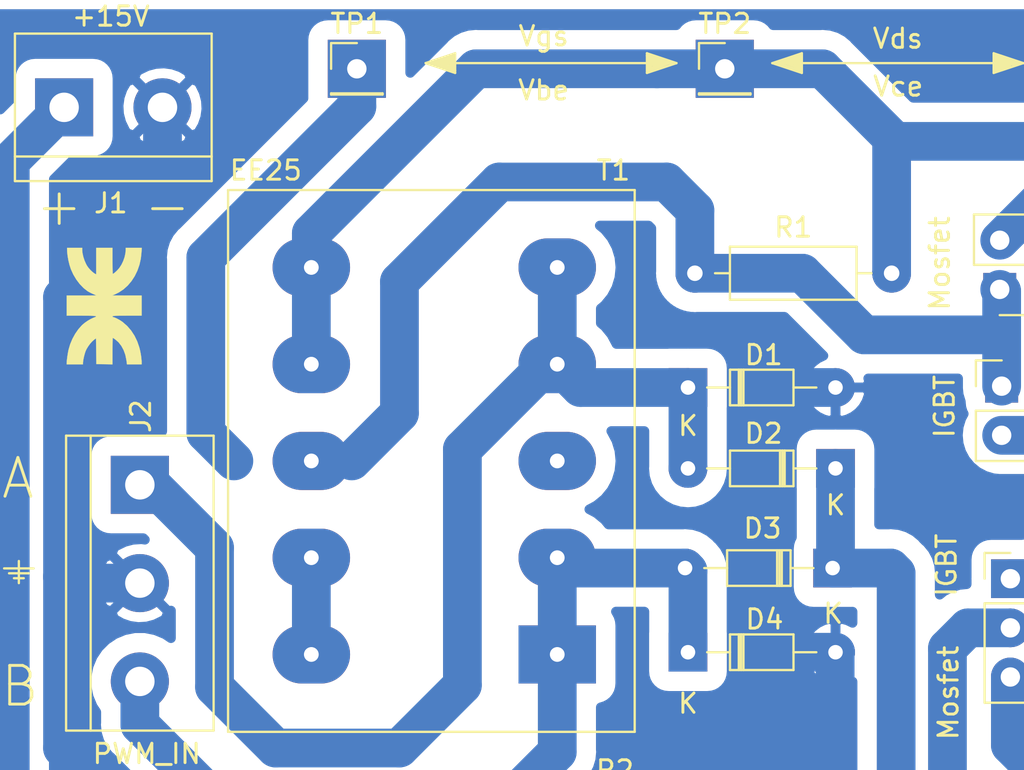
<source format=kicad_pcb>
(kicad_pcb (version 20171130) (host pcbnew "(5.1.0)-1")

  (general
    (thickness 1.6)
    (drawings 84)
    (tracks 125)
    (zones 0)
    (modules 20)
    (nets 12)
  )

  (page A4)
  (layers
    (0 F.Cu signal hide)
    (31 B.Cu signal hide)
    (32 B.Adhes user hide)
    (33 F.Adhes user hide)
    (34 B.Paste user hide)
    (35 F.Paste user hide)
    (36 B.SilkS user hide)
    (37 F.SilkS user)
    (38 B.Mask user hide)
    (39 F.Mask user hide)
    (40 Dwgs.User user hide)
    (41 Cmts.User user hide)
    (42 Eco1.User user hide)
    (43 Eco2.User user hide)
    (44 Edge.Cuts user hide)
    (45 Margin user hide)
    (46 B.CrtYd user hide)
    (47 F.CrtYd user hide)
    (48 B.Fab user hide)
    (49 F.Fab user hide)
  )

  (setup
    (last_trace_width 2)
    (trace_clearance 0.4)
    (zone_clearance 1)
    (zone_45_only no)
    (trace_min 0.2)
    (via_size 1.5)
    (via_drill 0.75)
    (via_min_size 0.4)
    (via_min_drill 0.3)
    (uvia_size 0.3)
    (uvia_drill 0.1)
    (uvias_allowed no)
    (uvia_min_size 0.2)
    (uvia_min_drill 0.1)
    (edge_width 0.05)
    (segment_width 0.2)
    (pcb_text_width 0.3)
    (pcb_text_size 1.5 1.5)
    (mod_edge_width 0.12)
    (mod_text_size 1 1)
    (mod_text_width 0.15)
    (pad_size 2 4)
    (pad_drill 1.1)
    (pad_to_mask_clearance 0.051)
    (solder_mask_min_width 0.25)
    (aux_axis_origin 0 0)
    (visible_elements 7FFFFFFF)
    (pcbplotparams
      (layerselection 0x010fc_ffffffff)
      (usegerberextensions false)
      (usegerberattributes false)
      (usegerberadvancedattributes false)
      (creategerberjobfile false)
      (excludeedgelayer true)
      (linewidth 0.100000)
      (plotframeref false)
      (viasonmask false)
      (mode 1)
      (useauxorigin false)
      (hpglpennumber 1)
      (hpglpenspeed 20)
      (hpglpendiameter 15.000000)
      (psnegative false)
      (psa4output false)
      (plotreference true)
      (plotvalue true)
      (plotinvisibletext false)
      (padsonsilk false)
      (subtractmaskfromsilk false)
      (outputformat 1)
      (mirror false)
      (drillshape 1)
      (scaleselection 1)
      (outputdirectory ""))
  )

  (net 0 "")
  (net 1 +15V)
  (net 2 /PWM_B)
  (net 3 GND)
  (net 4 /PWM_A)
  (net 5 "Net-(JP1-Pad1)")
  (net 6 "Net-(JP1-Pad2)")
  (net 7 "Net-(JP2-Pad1)")
  (net 8 "Net-(JP2-Pad2)")
  (net 9 "Net-(JP2-Pad3)")
  (net 10 "Net-(JP3-Pad2)")
  (net 11 Earth)

  (net_class Default "Esta es la clase de red por defecto."
    (clearance 0.4)
    (trace_width 2)
    (via_dia 1.5)
    (via_drill 0.75)
    (uvia_dia 0.3)
    (uvia_drill 0.1)
    (add_net +15V)
    (add_net /PWM_A)
    (add_net /PWM_B)
    (add_net Earth)
    (add_net GND)
    (add_net "Net-(JP1-Pad1)")
    (add_net "Net-(JP1-Pad2)")
    (add_net "Net-(JP2-Pad1)")
    (add_net "Net-(JP2-Pad2)")
    (add_net "Net-(JP2-Pad3)")
    (add_net "Net-(JP3-Pad2)")
  )

  (module lib_fp:Transformador_EE25 (layer F.Cu) (tedit 5CF20634) (tstamp 5CF221A3)
    (at 126.929 106.335 90)
    (path /5CDAD0CD)
    (fp_text reference T1 (at 29.635 20.621 -180) (layer F.SilkS)
      (effects (font (size 1 1) (thickness 0.15)))
    )
    (fp_text value 50:50 (at 16.3576 11.2014 -180) (layer F.Fab)
      (effects (font (size 1 1) (thickness 0.15)))
    )
    (fp_line (start 28.62 21.72) (end 0.62 21.72) (layer F.SilkS) (width 0.12))
    (fp_line (start 0.62 0.72) (end 0.62 21.72) (layer F.SilkS) (width 0.12))
    (fp_line (start 28.62 0.72) (end 28.62 21.72) (layer F.SilkS) (width 0.12))
    (fp_line (start 0.62 0.72) (end 28.62 0.72) (layer F.SilkS) (width 0.12))
    (fp_line (start 28.62 21.72) (end 28.62 0.72) (layer F.Fab) (width 0.12))
    (fp_line (start 28.62 0.72) (end 0.62 0.72) (layer F.Fab) (width 0.12))
    (fp_line (start 0.62 0.72) (end 0.62 21.72) (layer F.Fab) (width 0.12))
    (fp_line (start 0.62 21.72) (end 28.62 21.72) (layer F.Fab) (width 0.12))
    (fp_text user EE25 (at 29.635 2.671 -180) (layer F.SilkS)
      (effects (font (size 1 1) (thickness 0.15)))
    )
    (pad 2 thru_hole oval (at 24.62 17.72 90) (size 3 4) (drill 0.762) (layers *.Cu *.Mask)
      (net 2 /PWM_B))
    (pad 2 thru_hole oval (at 19.62 17.72 90) (size 3 4) (drill 0.762) (layers *.Cu *.Mask)
      (net 2 /PWM_B))
    (pad "" thru_hole oval (at 14.62 17.72 90) (size 3 4) (drill 0.762) (layers *.Cu *.Mask))
    (pad 1 thru_hole oval (at 9.62 17.72 90) (size 3 4) (drill 0.762) (layers *.Cu *.Mask)
      (net 4 /PWM_A))
    (pad 1 thru_hole rect (at 4.62 17.72 90) (size 3 4) (drill 0.762) (layers *.Cu *.Mask)
      (net 4 /PWM_A))
    (pad 4 thru_hole oval (at 9.62 5.02 90) (size 3 4) (drill 0.762) (layers *.Cu *.Mask)
      (net 5 "Net-(JP1-Pad1)"))
    (pad 4 thru_hole oval (at 4.62 5.02 90) (size 3 4) (drill 0.762) (layers *.Cu *.Mask)
      (net 5 "Net-(JP1-Pad1)"))
    (pad "" thru_hole oval (at 14.62 5.02 90) (size 3 4) (drill 0.762) (layers *.Cu *.Mask))
    (pad 3 thru_hole oval (at 19.62 5.02 90) (size 3 4) (drill 0.762) (layers *.Cu *.Mask)
      (net 11 Earth))
    (pad 3 thru_hole oval (at 24.62 5.02 90) (size 3 4) (drill 0.762) (layers *.Cu *.Mask)
      (net 11 Earth))
    (model "${KIPRJMOD}/3d_models/User Library-Trafo EE25/User Library-Trafo EE25.STEP"
      (offset (xyz 14.5 -11.3 0))
      (scale (xyz 1 1 1))
      (rotate (xyz -90 0 0))
    )
  )

  (module lib_fp:D_DO-34_SOD68_P7.62mm_Horizontal (layer F.Cu) (tedit 5CE38AA9) (tstamp 5CF2186F)
    (at 159.02 92.1 180)
    (descr "Diode, DO-34_SOD68 series, Axial, Horizontal, pin pitch=7.62mm, , length*diameter=3.04*1.6mm^2, , https://www.nxp.com/docs/en/data-sheet/KTY83_SER.pdf")
    (tags "Diode DO-34_SOD68 series Axial Horizontal pin pitch 7.62mm  length 3.04mm diameter 1.6mm")
    (path /5CDA5C46)
    (fp_text reference D1 (at 3.7125 5.861 180) (layer F.SilkS)
      (effects (font (size 1 1) (thickness 0.15)))
    )
    (fp_text value 1N4148 (at 3.495 -2.25 180) (layer F.Fab)
      (effects (font (size 1 1) (thickness 0.15)))
    )
    (fp_line (start 2.29 -0.8) (end 2.29 0.8) (layer F.Fab) (width 0.1))
    (fp_line (start 2.29 0.8) (end 5.33 0.8) (layer F.Fab) (width 0.1))
    (fp_line (start 5.33 0.8) (end 5.33 -0.8) (layer F.Fab) (width 0.1))
    (fp_line (start 5.33 -0.8) (end 2.29 -0.8) (layer F.Fab) (width 0.1))
    (fp_line (start 0 0) (end 2.29 0) (layer F.Fab) (width 0.1))
    (fp_line (start 7.62 0) (end 5.33 0) (layer F.Fab) (width 0.1))
    (fp_line (start 2.746 -0.8) (end 2.746 0.8) (layer F.Fab) (width 0.1))
    (fp_line (start 2.846 -0.8) (end 2.846 0.8) (layer F.Fab) (width 0.1))
    (fp_line (start 2.646 -0.8) (end 2.646 0.8) (layer F.Fab) (width 0.1))
    (fp_line (start 2.17 -0.92) (end 2.17 0.92) (layer F.SilkS) (width 0.12))
    (fp_line (start 2.17 0.92) (end 5.45 0.92) (layer F.SilkS) (width 0.12))
    (fp_line (start 5.45 0.92) (end 5.45 -0.92) (layer F.SilkS) (width 0.12))
    (fp_line (start 5.45 -0.92) (end 2.17 -0.92) (layer F.SilkS) (width 0.12))
    (fp_line (start 0.99 0) (end 2.17 0) (layer F.SilkS) (width 0.12))
    (fp_line (start 6.63 0) (end 5.45 0) (layer F.SilkS) (width 0.12))
    (fp_line (start 2.746 -0.92) (end 2.746 0.92) (layer F.SilkS) (width 0.12))
    (fp_line (start 2.866 -0.92) (end 2.866 0.92) (layer F.SilkS) (width 0.12))
    (fp_line (start 2.626 -0.92) (end 2.626 0.92) (layer F.SilkS) (width 0.12))
    (fp_line (start -1 -1.05) (end -1 1.05) (layer F.CrtYd) (width 0.05))
    (fp_line (start -1 1.05) (end 8.63 1.05) (layer F.CrtYd) (width 0.05))
    (fp_line (start 8.63 1.05) (end 8.63 -1.05) (layer F.CrtYd) (width 0.05))
    (fp_line (start 8.63 -1.05) (end -1 -1.05) (layer F.CrtYd) (width 0.05))
    (fp_text user %R (at 4.038 0 180) (layer F.Fab)
      (effects (font (size 0.608 0.608) (thickness 0.0912)))
    )
    (fp_text user K (at -2.355 0 180) (layer F.Fab)
      (effects (font (size 1 1) (thickness 0.15)))
    )
    (fp_text user K (at 0 -1.9 180) (layer F.SilkS)
      (effects (font (size 1 1) (thickness 0.15)))
    )
    (pad 1 thru_hole rect (at 0 0 180) (size 2 2) (drill 0.75) (layers *.Cu *.Mask)
      (net 1 +15V))
    (pad 2 thru_hole oval (at 7.62 0 180) (size 2 2) (drill 0.75) (layers *.Cu *.Mask)
      (net 2 /PWM_B))
    (model ${KISYS3DMOD}/Diode_THT.3dshapes/D_DO-34_SOD68_P7.62mm_Horizontal.wrl
      (at (xyz 0 0 0))
      (scale (xyz 1 1 1))
      (rotate (xyz 0 0 0))
    )
  )

  (module lib_fp:D_DO-34_SOD68_P7.62mm_Horizontal (layer F.Cu) (tedit 5CE38AA2) (tstamp 5CF34DFC)
    (at 151.4 87.92)
    (descr "Diode, DO-34_SOD68 series, Axial, Horizontal, pin pitch=7.62mm, , length*diameter=3.04*1.6mm^2, , https://www.nxp.com/docs/en/data-sheet/KTY83_SER.pdf")
    (tags "Diode DO-34_SOD68 series Axial Horizontal pin pitch 7.62mm  length 3.04mm diameter 1.6mm")
    (path /5CDA8AD3)
    (fp_text reference D2 (at 3.9 2.38) (layer F.SilkS)
      (effects (font (size 1 1) (thickness 0.15)))
    )
    (fp_text value 1N4148 (at 3.675 2.055) (layer F.Fab)
      (effects (font (size 1 1) (thickness 0.15)))
    )
    (fp_text user K (at 0 1.98) (layer F.SilkS)
      (effects (font (size 1 1) (thickness 0.15)))
    )
    (fp_text user K (at -1.975 0.005) (layer F.Fab)
      (effects (font (size 1 1) (thickness 0.15)))
    )
    (fp_text user %R (at 4.038 0) (layer F.Fab)
      (effects (font (size 0.608 0.608) (thickness 0.0912)))
    )
    (fp_line (start 8.63 -1.05) (end -1 -1.05) (layer F.CrtYd) (width 0.05))
    (fp_line (start 8.63 1.05) (end 8.63 -1.05) (layer F.CrtYd) (width 0.05))
    (fp_line (start -1 1.05) (end 8.63 1.05) (layer F.CrtYd) (width 0.05))
    (fp_line (start -1 -1.05) (end -1 1.05) (layer F.CrtYd) (width 0.05))
    (fp_line (start 2.626 -0.92) (end 2.626 0.92) (layer F.SilkS) (width 0.12))
    (fp_line (start 2.866 -0.92) (end 2.866 0.92) (layer F.SilkS) (width 0.12))
    (fp_line (start 2.746 -0.92) (end 2.746 0.92) (layer F.SilkS) (width 0.12))
    (fp_line (start 6.63 0) (end 5.45 0) (layer F.SilkS) (width 0.12))
    (fp_line (start 0.99 0) (end 2.17 0) (layer F.SilkS) (width 0.12))
    (fp_line (start 5.45 -0.92) (end 2.17 -0.92) (layer F.SilkS) (width 0.12))
    (fp_line (start 5.45 0.92) (end 5.45 -0.92) (layer F.SilkS) (width 0.12))
    (fp_line (start 2.17 0.92) (end 5.45 0.92) (layer F.SilkS) (width 0.12))
    (fp_line (start 2.17 -0.92) (end 2.17 0.92) (layer F.SilkS) (width 0.12))
    (fp_line (start 2.646 -0.8) (end 2.646 0.8) (layer F.Fab) (width 0.1))
    (fp_line (start 2.846 -0.8) (end 2.846 0.8) (layer F.Fab) (width 0.1))
    (fp_line (start 2.746 -0.8) (end 2.746 0.8) (layer F.Fab) (width 0.1))
    (fp_line (start 7.62 0) (end 5.33 0) (layer F.Fab) (width 0.1))
    (fp_line (start 0 0) (end 2.29 0) (layer F.Fab) (width 0.1))
    (fp_line (start 5.33 -0.8) (end 2.29 -0.8) (layer F.Fab) (width 0.1))
    (fp_line (start 5.33 0.8) (end 5.33 -0.8) (layer F.Fab) (width 0.1))
    (fp_line (start 2.29 0.8) (end 5.33 0.8) (layer F.Fab) (width 0.1))
    (fp_line (start 2.29 -0.8) (end 2.29 0.8) (layer F.Fab) (width 0.1))
    (pad 2 thru_hole oval (at 7.62 0) (size 2 2) (drill 0.75) (layers *.Cu *.Mask)
      (net 3 GND))
    (pad 1 thru_hole rect (at 0 0) (size 2 2) (drill 0.75) (layers *.Cu *.Mask)
      (net 2 /PWM_B))
    (model ${KISYS3DMOD}/Diode_THT.3dshapes/D_DO-34_SOD68_P7.62mm_Horizontal.wrl
      (at (xyz 0 0 0))
      (scale (xyz 1 1 1))
      (rotate (xyz 0 0 0))
    )
  )

  (module lib_fp:D_DO-34_SOD68_P7.62mm_Horizontal (layer F.Cu) (tedit 5AE50CD5) (tstamp 5CF20C55)
    (at 158.87 97.25 180)
    (descr "Diode, DO-34_SOD68 series, Axial, Horizontal, pin pitch=7.62mm, , length*diameter=3.04*1.6mm^2, , https://www.nxp.com/docs/en/data-sheet/KTY83_SER.pdf")
    (tags "Diode DO-34_SOD68 series Axial Horizontal pin pitch 7.62mm  length 3.04mm diameter 1.6mm")
    (path /5CDAAC55)
    (fp_text reference D3 (at 3.62 2.05 180) (layer F.SilkS)
      (effects (font (size 1 1) (thickness 0.15)))
    )
    (fp_text value 1N4148 (at 3.795 -2.025 180) (layer F.Fab)
      (effects (font (size 1 1) (thickness 0.15)))
    )
    (fp_line (start 2.29 -0.8) (end 2.29 0.8) (layer F.Fab) (width 0.1))
    (fp_line (start 2.29 0.8) (end 5.33 0.8) (layer F.Fab) (width 0.1))
    (fp_line (start 5.33 0.8) (end 5.33 -0.8) (layer F.Fab) (width 0.1))
    (fp_line (start 5.33 -0.8) (end 2.29 -0.8) (layer F.Fab) (width 0.1))
    (fp_line (start 0 0) (end 2.29 0) (layer F.Fab) (width 0.1))
    (fp_line (start 7.62 0) (end 5.33 0) (layer F.Fab) (width 0.1))
    (fp_line (start 2.746 -0.8) (end 2.746 0.8) (layer F.Fab) (width 0.1))
    (fp_line (start 2.846 -0.8) (end 2.846 0.8) (layer F.Fab) (width 0.1))
    (fp_line (start 2.646 -0.8) (end 2.646 0.8) (layer F.Fab) (width 0.1))
    (fp_line (start 2.17 -0.92) (end 2.17 0.92) (layer F.SilkS) (width 0.12))
    (fp_line (start 2.17 0.92) (end 5.45 0.92) (layer F.SilkS) (width 0.12))
    (fp_line (start 5.45 0.92) (end 5.45 -0.92) (layer F.SilkS) (width 0.12))
    (fp_line (start 5.45 -0.92) (end 2.17 -0.92) (layer F.SilkS) (width 0.12))
    (fp_line (start 0.99 0) (end 2.17 0) (layer F.SilkS) (width 0.12))
    (fp_line (start 6.63 0) (end 5.45 0) (layer F.SilkS) (width 0.12))
    (fp_line (start 2.746 -0.92) (end 2.746 0.92) (layer F.SilkS) (width 0.12))
    (fp_line (start 2.866 -0.92) (end 2.866 0.92) (layer F.SilkS) (width 0.12))
    (fp_line (start 2.626 -0.92) (end 2.626 0.92) (layer F.SilkS) (width 0.12))
    (fp_line (start -1 -1.05) (end -1 1.05) (layer F.CrtYd) (width 0.05))
    (fp_line (start -1 1.05) (end 8.63 1.05) (layer F.CrtYd) (width 0.05))
    (fp_line (start 8.63 1.05) (end 8.63 -1.05) (layer F.CrtYd) (width 0.05))
    (fp_line (start 8.63 -1.05) (end -1 -1.05) (layer F.CrtYd) (width 0.05))
    (fp_text user %R (at 4.038 0 180) (layer F.Fab)
      (effects (font (size 0.608 0.608) (thickness 0.0912)))
    )
    (fp_text user K (at -2.405 -0.025 180) (layer F.Fab)
      (effects (font (size 1 1) (thickness 0.15)))
    )
    (fp_text user K (at -0.03 -2.35 180) (layer F.SilkS)
      (effects (font (size 1 1) (thickness 0.15)))
    )
    (pad 1 thru_hole rect (at 0 0 180) (size 2 2) (drill 0.75) (layers *.Cu *.Mask)
      (net 1 +15V))
    (pad 2 thru_hole oval (at 7.62 0 180) (size 2 2) (drill 0.75) (layers *.Cu *.Mask)
      (net 4 /PWM_A))
    (model ${KISYS3DMOD}/Diode_THT.3dshapes/D_DO-34_SOD68_P7.62mm_Horizontal.wrl
      (at (xyz 0 0 0))
      (scale (xyz 1 1 1))
      (rotate (xyz 0 0 0))
    )
  )

  (module lib_fp:D_DO-34_SOD68_P7.62mm_Horizontal (layer F.Cu) (tedit 5AE50CD5) (tstamp 5CF20EB6)
    (at 151.4 101.6)
    (descr "Diode, DO-34_SOD68 series, Axial, Horizontal, pin pitch=7.62mm, , length*diameter=3.04*1.6mm^2, , https://www.nxp.com/docs/en/data-sheet/KTY83_SER.pdf")
    (tags "Diode DO-34_SOD68 series Axial Horizontal pin pitch 7.62mm  length 3.04mm diameter 1.6mm")
    (path /5CDB5DA8)
    (fp_text reference D4 (at 3.95 -1.7) (layer F.SilkS)
      (effects (font (size 1 1) (thickness 0.15)))
    )
    (fp_text value 1N4148 (at 3.81 1.92) (layer F.Fab)
      (effects (font (size 1 1) (thickness 0.15)))
    )
    (fp_text user K (at 0 2.65) (layer F.SilkS)
      (effects (font (size 1 1) (thickness 0.15)))
    )
    (fp_text user K (at -2 0) (layer F.Fab)
      (effects (font (size 1 1) (thickness 0.15)))
    )
    (fp_text user %R (at 4.038 0) (layer F.Fab)
      (effects (font (size 0.608 0.608) (thickness 0.0912)))
    )
    (fp_line (start 8.63 -1.05) (end -1 -1.05) (layer F.CrtYd) (width 0.05))
    (fp_line (start 8.63 1.05) (end 8.63 -1.05) (layer F.CrtYd) (width 0.05))
    (fp_line (start -1 1.05) (end 8.63 1.05) (layer F.CrtYd) (width 0.05))
    (fp_line (start -1 -1.05) (end -1 1.05) (layer F.CrtYd) (width 0.05))
    (fp_line (start 2.626 -0.92) (end 2.626 0.92) (layer F.SilkS) (width 0.12))
    (fp_line (start 2.866 -0.92) (end 2.866 0.92) (layer F.SilkS) (width 0.12))
    (fp_line (start 2.746 -0.92) (end 2.746 0.92) (layer F.SilkS) (width 0.12))
    (fp_line (start 6.63 0) (end 5.45 0) (layer F.SilkS) (width 0.12))
    (fp_line (start 0.99 0) (end 2.17 0) (layer F.SilkS) (width 0.12))
    (fp_line (start 5.45 -0.92) (end 2.17 -0.92) (layer F.SilkS) (width 0.12))
    (fp_line (start 5.45 0.92) (end 5.45 -0.92) (layer F.SilkS) (width 0.12))
    (fp_line (start 2.17 0.92) (end 5.45 0.92) (layer F.SilkS) (width 0.12))
    (fp_line (start 2.17 -0.92) (end 2.17 0.92) (layer F.SilkS) (width 0.12))
    (fp_line (start 2.646 -0.8) (end 2.646 0.8) (layer F.Fab) (width 0.1))
    (fp_line (start 2.846 -0.8) (end 2.846 0.8) (layer F.Fab) (width 0.1))
    (fp_line (start 2.746 -0.8) (end 2.746 0.8) (layer F.Fab) (width 0.1))
    (fp_line (start 7.62 0) (end 5.33 0) (layer F.Fab) (width 0.1))
    (fp_line (start 0 0) (end 2.29 0) (layer F.Fab) (width 0.1))
    (fp_line (start 5.33 -0.8) (end 2.29 -0.8) (layer F.Fab) (width 0.1))
    (fp_line (start 5.33 0.8) (end 5.33 -0.8) (layer F.Fab) (width 0.1))
    (fp_line (start 2.29 0.8) (end 5.33 0.8) (layer F.Fab) (width 0.1))
    (fp_line (start 2.29 -0.8) (end 2.29 0.8) (layer F.Fab) (width 0.1))
    (pad 2 thru_hole oval (at 7.62 0) (size 2 2) (drill 0.75) (layers *.Cu *.Mask)
      (net 3 GND))
    (pad 1 thru_hole rect (at 0 0) (size 2 2) (drill 0.75) (layers *.Cu *.Mask)
      (net 4 /PWM_A))
    (model ${KISYS3DMOD}/Diode_THT.3dshapes/D_DO-34_SOD68_P7.62mm_Horizontal.wrl
      (at (xyz 0 0 0))
      (scale (xyz 1 1 1))
      (rotate (xyz 0 0 0))
    )
  )

  (module lib_fp:logo_utn_fsilk_small (layer F.Cu) (tedit 5CB49C0D) (tstamp 5CE3D656)
    (at 121.25 83.7)
    (path /5CE3E2E6)
    (fp_text reference G1 (at 0 5.08) (layer F.SilkS) hide
      (effects (font (size 1.524 1.524) (thickness 0.3)))
    )
    (fp_text value logo (at 0 -5.08) (layer F.SilkS) hide
      (effects (font (size 1.524 1.524) (thickness 0.3)))
    )
    (fp_poly (pts (xy 1.928774 -2.770093) (xy 1.89318 -2.43873) (xy 1.821508 -2.120476) (xy 1.716091 -1.819091)
      (xy 1.579261 -1.538338) (xy 1.413351 -1.281977) (xy 1.220692 -1.053769) (xy 1.003616 -0.857476)
      (xy 0.764457 -0.696859) (xy 0.588911 -0.60929) (xy 0.420077 -0.536202) (xy 1.177192 -0.534801)
      (xy 1.934308 -0.5334) (xy 1.934308 0.508) (xy 1.182077 0.508) (xy 0.988737 0.5082)
      (xy 0.830984 0.508919) (xy 0.705329 0.510334) (xy 0.608284 0.512621) (xy 0.53636 0.515956)
      (xy 0.486068 0.520518) (xy 0.453918 0.526481) (xy 0.436423 0.534024) (xy 0.430094 0.543322)
      (xy 0.429846 0.5461) (xy 0.446076 0.577142) (xy 0.468361 0.5842) (xy 0.517495 0.595221)
      (xy 0.591825 0.625047) (xy 0.681966 0.668817) (xy 0.778535 0.721671) (xy 0.872148 0.778749)
      (xy 0.953423 0.835193) (xy 0.954351 0.835896) (xy 1.188825 1.041349) (xy 1.3937 1.278635)
      (xy 1.567889 1.546093) (xy 1.710306 1.842064) (xy 1.816501 2.152819) (xy 1.857957 2.321239)
      (xy 1.89296 2.503137) (xy 1.918777 2.681207) (xy 1.932672 2.83814) (xy 1.934308 2.898405)
      (xy 1.934308 3.0226) (xy 1.179396 3.0226) (xy 1.148222 2.793958) (xy 1.093836 2.531543)
      (xy 1.006532 2.289038) (xy 0.889491 2.072363) (xy 0.745892 1.887438) (xy 0.584276 1.744028)
      (xy 0.520782 1.699337) (xy 0.470952 1.666384) (xy 0.444172 1.651334) (xy 0.442622 1.651)
      (xy 0.439257 1.675309) (xy 0.436224 1.743876) (xy 0.433645 1.850158) (xy 0.431641 1.987614)
      (xy 0.430334 2.149702) (xy 0.429847 2.329879) (xy 0.429846 2.337305) (xy 0.429846 3.02361)
      (xy -0.400538 3.0099) (xy -0.410308 2.343678) (xy -0.420077 1.677457) (xy -0.527538 1.756857)
      (xy -0.625491 1.844592) (xy -0.728651 1.962653) (xy -0.826614 2.096981) (xy -0.908973 2.233519)
      (xy -0.958005 2.338396) (xy -0.995585 2.449808) (xy -1.031551 2.581748) (xy -1.062326 2.718131)
      (xy -1.084332 2.842873) (xy -1.093991 2.939889) (xy -1.094154 2.950463) (xy -1.094154 3.0226)
      (xy -1.934308 3.0226) (xy -1.934233 2.95275) (xy -1.929372 2.863913) (xy -1.916352 2.741204)
      (xy -1.897308 2.599758) (xy -1.874371 2.45471) (xy -1.849677 2.321193) (xy -1.836658 2.260509)
      (xy -1.755423 1.984062) (xy -1.641129 1.710727) (xy -1.49942 1.450618) (xy -1.335942 1.213846)
      (xy -1.156339 1.010525) (xy -1.118948 0.974735) (xy -0.99711 0.873595) (xy -0.855421 0.774923)
      (xy -0.709193 0.688402) (xy -0.573742 0.623711) (xy -0.547883 0.613726) (xy -0.484653 0.589399)
      (xy -0.440576 0.569064) (xy -0.417711 0.552371) (xy -0.418114 0.538971) (xy -0.443844 0.528515)
      (xy -0.496958 0.520653) (xy -0.579514 0.515035) (xy -0.693569 0.511313) (xy -0.841181 0.509138)
      (xy -1.024408 0.508159) (xy -1.170679 0.508) (xy -1.934308 0.508) (xy -1.934308 -0.5334)
      (xy -0.400538 -0.535574) (xy -0.586154 -0.619121) (xy -0.677237 -0.662067) (xy -0.765064 -0.706819)
      (xy -0.835941 -0.746268) (xy -0.859692 -0.761082) (xy -1.064663 -0.922761) (xy -1.259774 -1.125796)
      (xy -1.438006 -1.360874) (xy -1.592335 -1.618684) (xy -1.715741 -1.889915) (xy -1.720622 -1.902732)
      (xy -1.788136 -2.1106) (xy -1.844462 -2.341103) (xy -1.886284 -2.576754) (xy -1.910288 -2.800067)
      (xy -1.914769 -2.926684) (xy -1.914769 -2.9972) (xy -1.133231 -2.9972) (xy -1.132999 -2.88925)
      (xy -1.118278 -2.722047) (xy -1.077612 -2.536395) (xy -1.015254 -2.346086) (xy -0.935458 -2.16491)
      (xy -0.877286 -2.060257) (xy -0.804432 -1.958898) (xy -0.71099 -1.85363) (xy -0.609996 -1.75751)
      (xy -0.514484 -1.683596) (xy -0.48112 -1.663382) (xy -0.410308 -1.624919) (xy -0.410308 -2.9972)
      (xy 0.429846 -2.9972) (xy 0.429846 -2.3241) (xy 0.430375 -2.145179) (xy 0.431866 -1.984166)
      (xy 0.434175 -1.847664) (xy 0.437159 -1.742276) (xy 0.440674 -1.674603) (xy 0.4445 -1.651239)
      (xy 0.482235 -1.667481) (xy 0.540488 -1.710331) (xy 0.610894 -1.77218) (xy 0.685089 -1.845418)
      (xy 0.754707 -1.922435) (xy 0.788267 -1.963975) (xy 0.894385 -2.12723) (xy 0.984413 -2.314889)
      (xy 1.053922 -2.514317) (xy 1.098486 -2.712876) (xy 1.113692 -2.892917) (xy 1.113692 -2.9972)
      (xy 1.526892 -2.997201) (xy 1.940092 -2.997201) (xy 1.928774 -2.770093)) (layer F.SilkS) (width 0.01))
  )

  (module lib_fp:Heatsink_TO220_A (layer F.Cu) (tedit 5CDD24D4) (tstamp 5CF20C9C)
    (at 198.176 70.394 270)
    (descr "Heatsink, StoneCold HS")
    (tags heatsink)
    (path /5CE3BEC6)
    (fp_text reference HS1 (at 10 16 270) (layer F.SilkS)
      (effects (font (size 1 1) (thickness 0.15)))
    )
    (fp_text value Heatsink (at 9.8298 17.7546 270) (layer F.Fab)
      (effects (font (size 1 1) (thickness 0.15)))
    )
    (fp_line (start 18 0) (end 20 0) (layer F.SilkS) (width 0.12))
    (fp_line (start 18 18) (end 18 0) (layer F.SilkS) (width 0.12))
    (fp_line (start 2 18) (end 18 18) (layer F.SilkS) (width 0.12))
    (fp_line (start 2 0) (end 2 18) (layer F.SilkS) (width 0.12))
    (fp_line (start 0 0) (end 2 0) (layer F.SilkS) (width 0.12))
    (fp_line (start 0 20) (end 0 0) (layer F.SilkS) (width 0.12))
    (fp_line (start 20 20) (end 20 0) (layer F.SilkS) (width 0.12))
    (fp_line (start 0 20) (end 20 20) (layer F.SilkS) (width 0.12))
    (model "${KIPRJMOD}/3d_models/lv8729-driver-heatsink-1.snapshot.1/LV8729 Heatsink.step"
      (offset (xyz 10 -17 8))
      (scale (xyz 1 1.3 1.55))
      (rotate (xyz 0 90 90))
    )
  )

  (module lib_fp:Heatsink_TO220_A (layer F.Cu) (tedit 5CDD24D4) (tstamp 5CF20CBD)
    (at 198.557 92.746 270)
    (descr "Heatsink, StoneCold HS")
    (tags heatsink)
    (path /5CE3D568)
    (fp_text reference HS2 (at 10 16 270) (layer F.SilkS)
      (effects (font (size 1 1) (thickness 0.15)))
    )
    (fp_text value Heatsink (at 9.7536 17.399 270) (layer F.Fab)
      (effects (font (size 1 1) (thickness 0.15)))
    )
    (fp_line (start 0 20) (end 20 20) (layer F.SilkS) (width 0.12))
    (fp_line (start 20 20) (end 20 0) (layer F.SilkS) (width 0.12))
    (fp_line (start 0 20) (end 0 0) (layer F.SilkS) (width 0.12))
    (fp_line (start 0 0) (end 2 0) (layer F.SilkS) (width 0.12))
    (fp_line (start 2 0) (end 2 18) (layer F.SilkS) (width 0.12))
    (fp_line (start 2 18) (end 18 18) (layer F.SilkS) (width 0.12))
    (fp_line (start 18 18) (end 18 0) (layer F.SilkS) (width 0.12))
    (fp_line (start 18 0) (end 20 0) (layer F.SilkS) (width 0.12))
    (model "${KIPRJMOD}/3d_models/lv8729-driver-heatsink-1.snapshot.1/LV8729 Heatsink.step"
      (offset (xyz 10 -17 8))
      (scale (xyz 1 1.3 1.55))
      (rotate (xyz 0 90 90))
    )
  )

  (module lib_fp:TerminalBlock_bornier-2_P5.08mm (layer F.Cu) (tedit 5CB49A72) (tstamp 5CF20D9B)
    (at 119.182 73.442)
    (descr "simple 2-pin terminal block, pitch 5.08mm, revamped version of bornier2")
    (tags "terminal block bornier2")
    (path /5CDAEFEA)
    (fp_text reference J1 (at 2.413 4.953) (layer F.SilkS)
      (effects (font (size 1 1) (thickness 0.15)))
    )
    (fp_text value Vin (at 2.54 5.08) (layer F.Fab)
      (effects (font (size 1 1) (thickness 0.15)))
    )
    (fp_line (start 7.79 4) (end -2.71 4) (layer F.CrtYd) (width 0.05))
    (fp_line (start 7.79 4) (end 7.79 -4) (layer F.CrtYd) (width 0.05))
    (fp_line (start -2.71 -4) (end -2.71 4) (layer F.CrtYd) (width 0.05))
    (fp_line (start -2.71 -4) (end 7.79 -4) (layer F.CrtYd) (width 0.05))
    (fp_line (start -2.54 3.81) (end 7.62 3.81) (layer F.SilkS) (width 0.12))
    (fp_line (start -2.54 -3.81) (end -2.54 3.81) (layer F.SilkS) (width 0.12))
    (fp_line (start 7.62 -3.81) (end -2.54 -3.81) (layer F.SilkS) (width 0.12))
    (fp_line (start 7.62 3.81) (end 7.62 -3.81) (layer F.SilkS) (width 0.12))
    (fp_line (start 7.62 2.54) (end -2.54 2.54) (layer F.SilkS) (width 0.12))
    (fp_line (start 7.54 -3.75) (end -2.46 -3.75) (layer F.Fab) (width 0.1))
    (fp_line (start 7.54 3.75) (end 7.54 -3.75) (layer F.Fab) (width 0.1))
    (fp_line (start -2.46 3.75) (end 7.54 3.75) (layer F.Fab) (width 0.1))
    (fp_line (start -2.46 -3.75) (end -2.46 3.75) (layer F.Fab) (width 0.1))
    (fp_line (start -2.41 2.55) (end 7.49 2.55) (layer F.Fab) (width 0.1))
    (fp_text user %R (at 2.54 0) (layer F.Fab)
      (effects (font (size 1 1) (thickness 0.15)))
    )
    (pad 2 thru_hole circle (at 5.08 0) (size 3 3) (drill 1.52) (layers *.Cu *.Mask)
      (net 3 GND))
    (pad 1 thru_hole rect (at 0 0) (size 3 3) (drill 1.52) (layers *.Cu *.Mask)
      (net 1 +15V))
    (model "${KIPRJMOD}/3d_models/User Library-Terminal block 2 POS/User Library-Terminal block 2 POS.STEP"
      (offset (xyz 2.5 0.5 0))
      (scale (xyz 1 1 1))
      (rotate (xyz 0 0 180))
    )
  )

  (module lib_fp:TerminalBlock_bornier-3_P5.08mm (layer F.Cu) (tedit 5CD5B752) (tstamp 5CF20E6E)
    (at 123.0936 92.9492 270)
    (descr "simple 3-pin terminal block, pitch 5.08mm, revamped version of bornier3")
    (tags "terminal block bornier3")
    (path /5CDA3F5E)
    (fp_text reference J2 (at -3.5492 -0.0508 90) (layer F.SilkS)
      (effects (font (size 1 1) (thickness 0.15)))
    )
    (fp_text value PWM_IN (at 5.08 5.08 270) (layer F.Fab)
      (effects (font (size 1 1) (thickness 0.15)))
    )
    (fp_line (start 12.88 4) (end -2.72 4) (layer F.CrtYd) (width 0.05))
    (fp_line (start 12.88 4) (end 12.88 -4) (layer F.CrtYd) (width 0.05))
    (fp_line (start -2.72 -4) (end -2.72 4) (layer F.CrtYd) (width 0.05))
    (fp_line (start -2.72 -4) (end 12.88 -4) (layer F.CrtYd) (width 0.05))
    (fp_line (start -2.54 3.81) (end 12.7 3.81) (layer F.SilkS) (width 0.12))
    (fp_line (start -2.54 -3.81) (end 12.7 -3.81) (layer F.SilkS) (width 0.12))
    (fp_line (start -2.54 2.54) (end 12.7 2.54) (layer F.SilkS) (width 0.12))
    (fp_line (start 12.7 3.81) (end 12.7 -3.81) (layer F.SilkS) (width 0.12))
    (fp_line (start -2.54 3.81) (end -2.54 -3.81) (layer F.SilkS) (width 0.12))
    (fp_line (start -2.47 3.75) (end -2.47 -3.75) (layer F.Fab) (width 0.1))
    (fp_line (start 12.63 3.75) (end -2.47 3.75) (layer F.Fab) (width 0.1))
    (fp_line (start 12.63 -3.75) (end 12.63 3.75) (layer F.Fab) (width 0.1))
    (fp_line (start -2.47 -3.75) (end 12.63 -3.75) (layer F.Fab) (width 0.1))
    (fp_line (start -2.47 2.55) (end 12.63 2.55) (layer F.Fab) (width 0.1))
    (fp_text user %R (at 5.08 0 270) (layer F.Fab)
      (effects (font (size 1 1) (thickness 0.15)))
    )
    (pad 3 thru_hole circle (at 10.16 0 270) (size 3 3) (drill 1.52) (layers *.Cu *.Mask)
      (net 4 /PWM_A))
    (pad 2 thru_hole circle (at 5.08 0 270) (size 3 3) (drill 1.52) (layers *.Cu *.Mask)
      (net 3 GND))
    (pad 1 thru_hole rect (at 0 0 270) (size 3 3) (drill 1.52) (layers *.Cu *.Mask)
      (net 2 /PWM_B))
    (model "${KIPRJMOD}/3d_models/User Library-Terminal block 3 POS/User Library-Terminal block 3 POS.STEP"
      (offset (xyz 5 -0.5 0))
      (scale (xyz 1 1 1))
      (rotate (xyz 0 0 0))
    )
  )

  (module lib_fp:TO-220-3_Vertical (layer F.Cu) (tedit 5CE38B1C) (tstamp 5CF20E27)
    (at 175.189 99.985 270)
    (descr "TO-220-3, Vertical, RM 2.54mm, see https://www.vishay.com/docs/66542/to-220-1.pdf")
    (tags "TO-220-3 Vertical RM 2.54mm")
    (path /5CDBEC5A)
    (fp_text reference Q1 (at 2.54 2.286 270) (layer F.SilkS)
      (effects (font (size 1 1) (thickness 0.15)))
    )
    (fp_text value "FGPF7N60RUFD " (at 2.54 2.5 270) (layer F.Fab)
      (effects (font (size 1 1) (thickness 0.15)))
    )
    (fp_text user %R (at 2.54 -4.27 270) (layer F.Fab)
      (effects (font (size 1 1) (thickness 0.15)))
    )
    (fp_line (start 7.79 -3.4) (end -2.71 -3.4) (layer F.CrtYd) (width 0.05))
    (fp_line (start 7.79 1.51) (end 7.79 -3.4) (layer F.CrtYd) (width 0.05))
    (fp_line (start -2.71 1.51) (end 7.79 1.51) (layer F.CrtYd) (width 0.05))
    (fp_line (start -2.71 -3.4) (end -2.71 1.51) (layer F.CrtYd) (width 0.05))
    (fp_line (start 4.391 -3.27) (end 4.391 -1.76) (layer F.SilkS) (width 0.12))
    (fp_line (start 0.69 -3.27) (end 0.69 -1.76) (layer F.SilkS) (width 0.12))
    (fp_line (start -2.58 -1.76) (end 7.66 -1.76) (layer F.SilkS) (width 0.12))
    (fp_line (start 7.66 -3.27) (end 7.66 1.371) (layer F.SilkS) (width 0.12))
    (fp_line (start -2.58 -3.27) (end -2.58 1.371) (layer F.SilkS) (width 0.12))
    (fp_line (start -2.58 1.371) (end 7.66 1.371) (layer F.SilkS) (width 0.12))
    (fp_line (start -2.58 -3.27) (end 7.66 -3.27) (layer F.SilkS) (width 0.12))
    (fp_line (start 4.39 -3.15) (end 4.39 -1.88) (layer F.Fab) (width 0.1))
    (fp_line (start 0.69 -3.15) (end 0.69 -1.88) (layer F.Fab) (width 0.1))
    (fp_line (start -2.46 -1.88) (end 7.54 -1.88) (layer F.Fab) (width 0.1))
    (fp_line (start 7.54 -3.15) (end -2.46 -3.15) (layer F.Fab) (width 0.1))
    (fp_line (start 7.54 1.25) (end 7.54 -3.15) (layer F.Fab) (width 0.1))
    (fp_line (start -2.46 1.25) (end 7.54 1.25) (layer F.Fab) (width 0.1))
    (fp_line (start -2.46 -3.15) (end -2.46 1.25) (layer F.Fab) (width 0.1))
    (pad 3 thru_hole oval (at 5.08 0 270) (size 2 4) (drill 1.1) (layers *.Cu *.Mask)
      (net 11 Earth))
    (pad 2 thru_hole oval (at 2.54 0 270) (size 2 4) (drill 1.1) (layers *.Cu *.Mask)
      (net 7 "Net-(JP2-Pad1)"))
    (pad 1 thru_hole rect (at 0 0 270) (size 2 4) (drill 1.1) (layers *.Cu *.Mask)
      (net 6 "Net-(JP1-Pad2)"))
    (model ${KISYS3DMOD}/Package_TO_SOT_THT.3dshapes/TO-220-3_Vertical.wrl
      (at (xyz 0 0 0))
      (scale (xyz 1 1 1))
      (rotate (xyz 0 0 0))
    )
  )

  (module lib_fp:TO-220-3_Vertical (layer F.Cu) (tedit 5CF3466B) (tstamp 5CF21E15)
    (at 174.681 77.76 270)
    (descr "TO-220-3, Vertical, RM 2.54mm, see https://www.vishay.com/docs/66542/to-220-1.pdf")
    (tags "TO-220-3 Vertical RM 2.54mm")
    (path /5CDC9E4F)
    (fp_text reference Q2 (at 1.524 2.54 270) (layer F.SilkS)
      (effects (font (size 1 1) (thickness 0.15)))
    )
    (fp_text value IRF840 (at 2.54 2.5 270) (layer F.Fab)
      (effects (font (size 1 1) (thickness 0.15)))
    )
    (fp_line (start -2.46 -3.15) (end -2.46 1.25) (layer F.Fab) (width 0.1))
    (fp_line (start -2.46 1.25) (end 7.54 1.25) (layer F.Fab) (width 0.1))
    (fp_line (start 7.54 1.25) (end 7.54 -3.15) (layer F.Fab) (width 0.1))
    (fp_line (start 7.54 -3.15) (end -2.46 -3.15) (layer F.Fab) (width 0.1))
    (fp_line (start -2.46 -1.88) (end 7.54 -1.88) (layer F.Fab) (width 0.1))
    (fp_line (start 0.69 -3.15) (end 0.69 -1.88) (layer F.Fab) (width 0.1))
    (fp_line (start 4.39 -3.15) (end 4.39 -1.88) (layer F.Fab) (width 0.1))
    (fp_line (start -2.58 -3.27) (end 7.66 -3.27) (layer F.SilkS) (width 0.12))
    (fp_line (start -2.58 1.371) (end 7.66 1.371) (layer F.SilkS) (width 0.12))
    (fp_line (start -2.58 -3.27) (end -2.58 1.371) (layer F.SilkS) (width 0.12))
    (fp_line (start 7.66 -3.27) (end 7.66 1.371) (layer F.SilkS) (width 0.12))
    (fp_line (start -2.58 -1.76) (end 7.66 -1.76) (layer F.SilkS) (width 0.12))
    (fp_line (start 0.69 -3.27) (end 0.69 -1.76) (layer F.SilkS) (width 0.12))
    (fp_line (start 4.391 -3.27) (end 4.391 -1.76) (layer F.SilkS) (width 0.12))
    (fp_line (start -2.71 -3.4) (end -2.71 1.51) (layer F.CrtYd) (width 0.05))
    (fp_line (start -2.71 1.51) (end 7.79 1.51) (layer F.CrtYd) (width 0.05))
    (fp_line (start 7.79 1.51) (end 7.79 -3.4) (layer F.CrtYd) (width 0.05))
    (fp_line (start 7.79 -3.4) (end -2.71 -3.4) (layer F.CrtYd) (width 0.05))
    (fp_text user %R (at 2.54 -4.27 270) (layer F.Fab)
      (effects (font (size 1 1) (thickness 0.15)))
    )
    (pad 2 thru_hole rect (at 0 0 270) (size 2 4) (drill 1.1) (layers *.Cu *.Mask)
      (net 10 "Net-(JP3-Pad2)"))
    (pad 1 thru_hole oval (at 2.54 0 270) (size 2 4) (drill 1.1) (layers *.Cu *.Mask)
      (net 9 "Net-(JP2-Pad3)"))
    (pad 3 thru_hole oval (at 5.08 0 270) (size 2 4) (drill 1.1) (layers *.Cu *.Mask)
      (net 11 Earth))
    (model ${KISYS3DMOD}/Package_TO_SOT_THT.3dshapes/TO-220-3_Vertical.wrl
      (at (xyz 0 0 0))
      (scale (xyz 1 1 1))
      (rotate (xyz 0 0 0))
    )
  )

  (module lib_fp:R_Axial_DIN0207_L6.3mm_D2.5mm_P10.16mm_Horizontal (layer F.Cu) (tedit 5CE41135) (tstamp 5CF21040)
    (at 151.7575 82.0145)
    (descr "Resistor, Axial_DIN0207 series, Axial, Horizontal, pin pitch=10.16mm, 0.25W = 1/4W, length*diameter=6.3*2.5mm^2, http://cdn-reichelt.de/documents/datenblatt/B400/1_4W%23YAG.pdf")
    (tags "Resistor Axial_DIN0207 series Axial Horizontal pin pitch 10.16mm 0.25W = 1/4W length 6.3mm diameter 2.5mm")
    (path /5CDC053C)
    (fp_text reference R1 (at 5.08 -2.37) (layer F.SilkS)
      (effects (font (size 1 1) (thickness 0.15)))
    )
    (fp_text value 220 (at 6.4008 -0.0762) (layer F.Fab)
      (effects (font (size 1 1) (thickness 0.15)))
    )
    (fp_line (start 1.93 -1.25) (end 1.93 1.25) (layer F.Fab) (width 0.1))
    (fp_line (start 1.93 1.25) (end 8.23 1.25) (layer F.Fab) (width 0.1))
    (fp_line (start 8.23 1.25) (end 8.23 -1.25) (layer F.Fab) (width 0.1))
    (fp_line (start 8.23 -1.25) (end 1.93 -1.25) (layer F.Fab) (width 0.1))
    (fp_line (start 0 0) (end 1.93 0) (layer F.Fab) (width 0.1))
    (fp_line (start 10.16 0) (end 8.23 0) (layer F.Fab) (width 0.1))
    (fp_line (start 1.81 -1.37) (end 1.81 1.37) (layer F.SilkS) (width 0.12))
    (fp_line (start 1.81 1.37) (end 8.35 1.37) (layer F.SilkS) (width 0.12))
    (fp_line (start 8.35 1.37) (end 8.35 -1.37) (layer F.SilkS) (width 0.12))
    (fp_line (start 8.35 -1.37) (end 1.81 -1.37) (layer F.SilkS) (width 0.12))
    (fp_line (start 1.04 0) (end 1.81 0) (layer F.SilkS) (width 0.12))
    (fp_line (start 9.12 0) (end 8.35 0) (layer F.SilkS) (width 0.12))
    (fp_line (start -1.05 -1.5) (end -1.05 1.5) (layer F.CrtYd) (width 0.05))
    (fp_line (start -1.05 1.5) (end 11.21 1.5) (layer F.CrtYd) (width 0.05))
    (fp_line (start 11.21 1.5) (end 11.21 -1.5) (layer F.CrtYd) (width 0.05))
    (fp_line (start 11.21 -1.5) (end -1.05 -1.5) (layer F.CrtYd) (width 0.05))
    (fp_text user %R (at 3.1242 -0.0508) (layer F.Fab)
      (effects (font (size 1 1) (thickness 0.15)))
    )
    (pad 1 thru_hole circle (at 0 0) (size 2 2) (drill 0.8) (layers *.Cu *.Mask)
      (net 5 "Net-(JP1-Pad1)"))
    (pad 2 thru_hole oval (at 10.16 0) (size 2 2) (drill 0.8) (layers *.Cu *.Mask)
      (net 11 Earth))
    (model ${KISYS3DMOD}/Resistor_THT.3dshapes/R_Axial_DIN0207_L6.3mm_D2.5mm_P10.16mm_Horizontal.wrl
      (at (xyz 0 0 0))
      (scale (xyz 1 1 1))
      (rotate (xyz 0 0 0))
    )
  )

  (module lib_fp:R_Axial_Power_L50.0mm_W9.0mm_P55.88mm (layer F.Cu) (tedit 5CE41154) (tstamp 5CF20FFE)
    (at 119.69 113.32)
    (descr "Resistor, Axial_Power series, Box, pin pitch=55.88mm, 11W, length*width*height=50*9*9mm^3, http://cdn-reichelt.de/documents/datenblatt/B400/5WAXIAL_9WAXIAL_11WAXIAL_17WAXIAL%23YAG.pdf")
    (tags "Resistor Axial_Power series Box pin pitch 55.88mm 11W length 50mm width 9mm height 9mm")
    (path /5CDC3BAC)
    (fp_text reference R2 (at 27.94 -5.62) (layer F.SilkS)
      (effects (font (size 1 1) (thickness 0.15)))
    )
    (fp_text value 15 (at 31.47 -0.1) (layer F.Fab)
      (effects (font (size 1 1) (thickness 0.15)))
    )
    (fp_line (start 2.94 -4.5) (end 2.94 4.5) (layer F.Fab) (width 0.1))
    (fp_line (start 2.94 4.5) (end 52.94 4.5) (layer F.Fab) (width 0.1))
    (fp_line (start 52.94 4.5) (end 52.94 -4.5) (layer F.Fab) (width 0.1))
    (fp_line (start 52.94 -4.5) (end 2.94 -4.5) (layer F.Fab) (width 0.1))
    (fp_line (start 0 0) (end 2.94 0) (layer F.Fab) (width 0.1))
    (fp_line (start 55.88 0) (end 52.94 0) (layer F.Fab) (width 0.1))
    (fp_line (start 2.82 -4.62) (end 2.82 4.62) (layer F.SilkS) (width 0.12))
    (fp_line (start 2.82 4.62) (end 53.06 4.62) (layer F.SilkS) (width 0.12))
    (fp_line (start 53.06 4.62) (end 53.06 -4.62) (layer F.SilkS) (width 0.12))
    (fp_line (start 53.06 -4.62) (end 2.82 -4.62) (layer F.SilkS) (width 0.12))
    (fp_line (start 1.44 0) (end 2.82 0) (layer F.SilkS) (width 0.12))
    (fp_line (start 54.44 0) (end 53.06 0) (layer F.SilkS) (width 0.12))
    (fp_line (start -1.45 -4.75) (end -1.45 4.75) (layer F.CrtYd) (width 0.05))
    (fp_line (start -1.45 4.75) (end 57.33 4.75) (layer F.CrtYd) (width 0.05))
    (fp_line (start 57.33 4.75) (end 57.33 -4.75) (layer F.CrtYd) (width 0.05))
    (fp_line (start 57.33 -4.75) (end -1.45 -4.75) (layer F.CrtYd) (width 0.05))
    (fp_text user %R (at 27.94 0) (layer F.Fab)
      (effects (font (size 1 1) (thickness 0.15)))
    )
    (pad 1 thru_hole circle (at 0 0) (size 4 4) (drill 1.2) (layers *.Cu *.Mask)
      (net 1 +15V))
    (pad 2 thru_hole oval (at 55.88 0) (size 4 4) (drill 1.2) (layers *.Cu *.Mask)
      (net 8 "Net-(JP2-Pad2)"))
    (model ${KISYS3DMOD}/Resistor_THT.3dshapes/R_Axial_Power_L50.0mm_W9.0mm_P55.88mm.wrl
      (at (xyz 0 0 0))
      (scale (xyz 1 1 1))
      (rotate (xyz 0 0 0))
    )
  )

  (module lib_fp:Testpoint (layer F.Cu) (tedit 5CE38AEC) (tstamp 5CF21CE9)
    (at 134.3 71.45)
    (descr "Through hole straight pin header, 1x01, 2.54mm pitch, single row")
    (tags "Through hole pin header THT 1x01 2.54mm single row")
    (path /5CDF4DF4)
    (fp_text reference TP1 (at 0 -2.33) (layer F.SilkS)
      (effects (font (size 1 1) (thickness 0.15)))
    )
    (fp_text value TP_VBE_VGS (at 0 2.8702) (layer F.Fab)
      (effects (font (size 1 1) (thickness 0.15)))
    )
    (fp_line (start -0.635 -1.27) (end 1.27 -1.27) (layer F.Fab) (width 0.1))
    (fp_line (start 1.27 -1.27) (end 1.27 1.27) (layer F.Fab) (width 0.1))
    (fp_line (start 1.27 1.27) (end -1.27 1.27) (layer F.Fab) (width 0.1))
    (fp_line (start -1.27 1.27) (end -1.27 -0.635) (layer F.Fab) (width 0.1))
    (fp_line (start -1.27 -0.635) (end -0.635 -1.27) (layer F.Fab) (width 0.1))
    (fp_line (start -1.33 1.33) (end 1.33 1.33) (layer F.SilkS) (width 0.12))
    (fp_line (start -1.33 1.27) (end -1.33 1.33) (layer F.SilkS) (width 0.12))
    (fp_line (start 1.33 1.27) (end 1.33 1.33) (layer F.SilkS) (width 0.12))
    (fp_line (start -1.33 1.27) (end 1.33 1.27) (layer F.SilkS) (width 0.12))
    (fp_line (start -1.33 0) (end -1.33 -1.33) (layer F.SilkS) (width 0.12))
    (fp_line (start -1.33 -1.33) (end 0 -1.33) (layer F.SilkS) (width 0.12))
    (fp_line (start -1.8 -1.8) (end -1.8 1.8) (layer F.CrtYd) (width 0.05))
    (fp_line (start -1.8 1.8) (end 1.8 1.8) (layer F.CrtYd) (width 0.05))
    (fp_line (start 1.8 1.8) (end 1.8 -1.8) (layer F.CrtYd) (width 0.05))
    (fp_line (start 1.8 -1.8) (end -1.8 -1.8) (layer F.CrtYd) (width 0.05))
    (fp_text user %R (at 0 0 90) (layer F.Fab)
      (effects (font (size 1 1) (thickness 0.15)))
    )
    (pad 1 thru_hole rect (at 0 0) (size 3 3) (drill 1) (layers *.Cu *.Mask)
      (net 5 "Net-(JP1-Pad1)"))
    (model ${KISYS3DMOD}/Connector_PinHeader_2.54mm.3dshapes/PinHeader_1x01_P2.54mm_Vertical.wrl
      (at (xyz 0 0 0))
      (scale (xyz 1 1 1))
      (rotate (xyz 0 0 0))
    )
  )

  (module lib_fp:Testpoint (layer F.Cu) (tedit 59FED5CC) (tstamp 5CF20BA0)
    (at 153.3 71.45)
    (descr "Through hole straight pin header, 1x01, 2.54mm pitch, single row")
    (tags "Through hole pin header THT 1x01 2.54mm single row")
    (path /5CDFA8CD)
    (fp_text reference TP2 (at 0 -2.33) (layer F.SilkS)
      (effects (font (size 1 1) (thickness 0.15)))
    )
    (fp_text value GND (at 0 2.33) (layer F.Fab)
      (effects (font (size 1 1) (thickness 0.15)))
    )
    (fp_text user %R (at 0 0 90) (layer F.Fab)
      (effects (font (size 1 1) (thickness 0.15)))
    )
    (fp_line (start 1.8 -1.8) (end -1.8 -1.8) (layer F.CrtYd) (width 0.05))
    (fp_line (start 1.8 1.8) (end 1.8 -1.8) (layer F.CrtYd) (width 0.05))
    (fp_line (start -1.8 1.8) (end 1.8 1.8) (layer F.CrtYd) (width 0.05))
    (fp_line (start -1.8 -1.8) (end -1.8 1.8) (layer F.CrtYd) (width 0.05))
    (fp_line (start -1.33 -1.33) (end 0 -1.33) (layer F.SilkS) (width 0.12))
    (fp_line (start -1.33 0) (end -1.33 -1.33) (layer F.SilkS) (width 0.12))
    (fp_line (start -1.33 1.27) (end 1.33 1.27) (layer F.SilkS) (width 0.12))
    (fp_line (start 1.33 1.27) (end 1.33 1.33) (layer F.SilkS) (width 0.12))
    (fp_line (start -1.33 1.27) (end -1.33 1.33) (layer F.SilkS) (width 0.12))
    (fp_line (start -1.33 1.33) (end 1.33 1.33) (layer F.SilkS) (width 0.12))
    (fp_line (start -1.27 -0.635) (end -0.635 -1.27) (layer F.Fab) (width 0.1))
    (fp_line (start -1.27 1.27) (end -1.27 -0.635) (layer F.Fab) (width 0.1))
    (fp_line (start 1.27 1.27) (end -1.27 1.27) (layer F.Fab) (width 0.1))
    (fp_line (start 1.27 -1.27) (end 1.27 1.27) (layer F.Fab) (width 0.1))
    (fp_line (start -0.635 -1.27) (end 1.27 -1.27) (layer F.Fab) (width 0.1))
    (pad 1 thru_hole rect (at 0 0) (size 3 3) (drill 1) (layers *.Cu *.Mask)
      (net 11 Earth))
    (model ${KISYS3DMOD}/Connector_PinHeader_2.54mm.3dshapes/PinHeader_1x01_P2.54mm_Vertical.wrl
      (at (xyz 0 0 0))
      (scale (xyz 1 1 1))
      (rotate (xyz 0 0 0))
    )
  )

  (module lib_fp:Testpoint (layer F.Cu) (tedit 59FED5CC) (tstamp 5CF20AA7)
    (at 171.55 71.4)
    (descr "Through hole straight pin header, 1x01, 2.54mm pitch, single row")
    (tags "Through hole pin header THT 1x01 2.54mm single row")
    (path /5CDF2A14)
    (fp_text reference TP3 (at 0 -2.33) (layer F.SilkS)
      (effects (font (size 1 1) (thickness 0.15)))
    )
    (fp_text value TP_VCE_VDS (at 0 2.33) (layer F.Fab)
      (effects (font (size 1 1) (thickness 0.15)))
    )
    (fp_text user %R (at 0 0 90) (layer F.Fab)
      (effects (font (size 1 1) (thickness 0.15)))
    )
    (fp_line (start 1.8 -1.8) (end -1.8 -1.8) (layer F.CrtYd) (width 0.05))
    (fp_line (start 1.8 1.8) (end 1.8 -1.8) (layer F.CrtYd) (width 0.05))
    (fp_line (start -1.8 1.8) (end 1.8 1.8) (layer F.CrtYd) (width 0.05))
    (fp_line (start -1.8 -1.8) (end -1.8 1.8) (layer F.CrtYd) (width 0.05))
    (fp_line (start -1.33 -1.33) (end 0 -1.33) (layer F.SilkS) (width 0.12))
    (fp_line (start -1.33 0) (end -1.33 -1.33) (layer F.SilkS) (width 0.12))
    (fp_line (start -1.33 1.27) (end 1.33 1.27) (layer F.SilkS) (width 0.12))
    (fp_line (start 1.33 1.27) (end 1.33 1.33) (layer F.SilkS) (width 0.12))
    (fp_line (start -1.33 1.27) (end -1.33 1.33) (layer F.SilkS) (width 0.12))
    (fp_line (start -1.33 1.33) (end 1.33 1.33) (layer F.SilkS) (width 0.12))
    (fp_line (start -1.27 -0.635) (end -0.635 -1.27) (layer F.Fab) (width 0.1))
    (fp_line (start -1.27 1.27) (end -1.27 -0.635) (layer F.Fab) (width 0.1))
    (fp_line (start 1.27 1.27) (end -1.27 1.27) (layer F.Fab) (width 0.1))
    (fp_line (start 1.27 -1.27) (end 1.27 1.27) (layer F.Fab) (width 0.1))
    (fp_line (start -0.635 -1.27) (end 1.27 -1.27) (layer F.Fab) (width 0.1))
    (pad 1 thru_hole rect (at 0 0) (size 3 3) (drill 1) (layers *.Cu *.Mask)
      (net 8 "Net-(JP2-Pad2)"))
    (model ${KISYS3DMOD}/Connector_PinHeader_2.54mm.3dshapes/PinHeader_1x01_P2.54mm_Vertical.wrl
      (at (xyz 0 0 0))
      (scale (xyz 1 1 1))
      (rotate (xyz 0 0 0))
    )
  )

  (module lib_fp:PinHeader_1x02_P2.54mm_Vertical (layer F.Cu) (tedit 59FED5CC) (tstamp 5CF20BDD)
    (at 167.6 87.85)
    (descr "Through hole straight pin header, 1x02, 2.54mm pitch, single row")
    (tags "Through hole pin header THT 1x02 2.54mm single row")
    (path /5CDC7EF0)
    (fp_text reference JP1 (at 2.794 1.143 90) (layer F.SilkS)
      (effects (font (size 1 1) (thickness 0.15)))
    )
    (fp_text value IGBT_Jumper (at -2.66 3.36 270) (layer F.Fab)
      (effects (font (size 1 1) (thickness 0.15)))
    )
    (fp_text user %R (at 0 1.27 90) (layer F.Fab)
      (effects (font (size 1 1) (thickness 0.15)))
    )
    (fp_line (start 1.8 -1.8) (end -1.8 -1.8) (layer F.CrtYd) (width 0.05))
    (fp_line (start 1.8 4.35) (end 1.8 -1.8) (layer F.CrtYd) (width 0.05))
    (fp_line (start -1.8 4.35) (end 1.8 4.35) (layer F.CrtYd) (width 0.05))
    (fp_line (start -1.8 -1.8) (end -1.8 4.35) (layer F.CrtYd) (width 0.05))
    (fp_line (start -1.33 -1.33) (end 0 -1.33) (layer F.SilkS) (width 0.12))
    (fp_line (start -1.33 0) (end -1.33 -1.33) (layer F.SilkS) (width 0.12))
    (fp_line (start -1.33 1.27) (end 1.33 1.27) (layer F.SilkS) (width 0.12))
    (fp_line (start 1.33 1.27) (end 1.33 3.87) (layer F.SilkS) (width 0.12))
    (fp_line (start -1.33 1.27) (end -1.33 3.87) (layer F.SilkS) (width 0.12))
    (fp_line (start -1.33 3.87) (end 1.33 3.87) (layer F.SilkS) (width 0.12))
    (fp_line (start -1.27 -0.635) (end -0.635 -1.27) (layer F.Fab) (width 0.1))
    (fp_line (start -1.27 3.81) (end -1.27 -0.635) (layer F.Fab) (width 0.1))
    (fp_line (start 1.27 3.81) (end -1.27 3.81) (layer F.Fab) (width 0.1))
    (fp_line (start 1.27 -1.27) (end 1.27 3.81) (layer F.Fab) (width 0.1))
    (fp_line (start -0.635 -1.27) (end 1.27 -1.27) (layer F.Fab) (width 0.1))
    (pad 2 thru_hole oval (at 0 2.54) (size 1.7 1.7) (drill 1) (layers *.Cu *.Mask)
      (net 6 "Net-(JP1-Pad2)"))
    (pad 1 thru_hole rect (at 0 0) (size 1.7 1.7) (drill 1) (layers *.Cu *.Mask)
      (net 5 "Net-(JP1-Pad1)"))
    (model ${KISYS3DMOD}/Connector_PinHeader_2.54mm.3dshapes/PinHeader_1x02_P2.54mm_Vertical.wrl
      (at (xyz 0 0 0))
      (scale (xyz 1 1 1))
      (rotate (xyz 0 0 0))
    )
  )

  (module lib_fp:PinHeader_1x03_P2.54mm_Vertical (layer F.Cu) (tedit 5CE38AD8) (tstamp 5CF21FF4)
    (at 168.05 97.8)
    (descr "Through hole straight pin header, 1x03, 2.54mm pitch, single row")
    (tags "Through hole pin header THT 1x03 2.54mm single row")
    (path /5CDC4C16)
    (fp_text reference JP2 (at 2.921 2.54 90) (layer F.SilkS)
      (effects (font (size 1 1) (thickness 0.15)))
    )
    (fp_text value Jumper_Dual (at -3.09 3.7 270) (layer F.Fab)
      (effects (font (size 1 1) (thickness 0.15)))
    )
    (fp_text user %R (at 0 2.54 90) (layer F.Fab)
      (effects (font (size 1 1) (thickness 0.15)))
    )
    (fp_line (start 1.8 -1.8) (end -1.8 -1.8) (layer F.CrtYd) (width 0.05))
    (fp_line (start 1.8 6.85) (end 1.8 -1.8) (layer F.CrtYd) (width 0.05))
    (fp_line (start -1.8 6.85) (end 1.8 6.85) (layer F.CrtYd) (width 0.05))
    (fp_line (start -1.8 -1.8) (end -1.8 6.85) (layer F.CrtYd) (width 0.05))
    (fp_line (start -1.33 -1.33) (end 0 -1.33) (layer F.SilkS) (width 0.12))
    (fp_line (start -1.33 0) (end -1.33 -1.33) (layer F.SilkS) (width 0.12))
    (fp_line (start -1.33 1.27) (end 1.33 1.27) (layer F.SilkS) (width 0.12))
    (fp_line (start 1.33 1.27) (end 1.33 6.41) (layer F.SilkS) (width 0.12))
    (fp_line (start -1.33 1.27) (end -1.33 6.41) (layer F.SilkS) (width 0.12))
    (fp_line (start -1.33 6.41) (end 1.33 6.41) (layer F.SilkS) (width 0.12))
    (fp_line (start -1.27 -0.635) (end -0.635 -1.27) (layer F.Fab) (width 0.1))
    (fp_line (start -1.27 6.35) (end -1.27 -0.635) (layer F.Fab) (width 0.1))
    (fp_line (start 1.27 6.35) (end -1.27 6.35) (layer F.Fab) (width 0.1))
    (fp_line (start 1.27 -1.27) (end 1.27 6.35) (layer F.Fab) (width 0.1))
    (fp_line (start -0.635 -1.27) (end 1.27 -1.27) (layer F.Fab) (width 0.1))
    (pad 3 thru_hole oval (at 0 5.08) (size 2 2) (drill 1) (layers *.Cu *.Mask)
      (net 9 "Net-(JP2-Pad3)"))
    (pad 2 thru_hole oval (at 0 2.54) (size 2 2) (drill 1) (layers *.Cu *.Mask)
      (net 8 "Net-(JP2-Pad2)"))
    (pad 1 thru_hole rect (at 0 0) (size 2 2) (drill 1) (layers *.Cu *.Mask)
      (net 7 "Net-(JP2-Pad1)"))
    (model ${KISYS3DMOD}/Connector_PinHeader_2.54mm.3dshapes/PinHeader_1x03_P2.54mm_Vertical.wrl
      (at (xyz 0 0 0))
      (scale (xyz 1 1 1))
      (rotate (xyz 0 0 0))
    )
  )

  (module lib_fp:PinHeader_1x02_P2.54mm_Vertical (layer F.Cu) (tedit 59FED5CC) (tstamp 5CF20AE4)
    (at 167.5 82.85 180)
    (descr "Through hole straight pin header, 1x02, 2.54mm pitch, single row")
    (tags "Through hole pin header THT 1x02 2.54mm single row")
    (path /5CDD2019)
    (fp_text reference JP3 (at -2.794 0.889 270) (layer F.SilkS)
      (effects (font (size 1 1) (thickness 0.15)))
    )
    (fp_text value Mosfet_Jumper (at 2.51 4.1 270) (layer F.Fab)
      (effects (font (size 1 1) (thickness 0.15)))
    )
    (fp_text user %R (at 0 1.27 270) (layer F.Fab)
      (effects (font (size 1 1) (thickness 0.15)))
    )
    (fp_line (start 1.8 -1.8) (end -1.8 -1.8) (layer F.CrtYd) (width 0.05))
    (fp_line (start 1.8 4.35) (end 1.8 -1.8) (layer F.CrtYd) (width 0.05))
    (fp_line (start -1.8 4.35) (end 1.8 4.35) (layer F.CrtYd) (width 0.05))
    (fp_line (start -1.8 -1.8) (end -1.8 4.35) (layer F.CrtYd) (width 0.05))
    (fp_line (start -1.33 -1.33) (end 0 -1.33) (layer F.SilkS) (width 0.12))
    (fp_line (start -1.33 0) (end -1.33 -1.33) (layer F.SilkS) (width 0.12))
    (fp_line (start -1.33 1.27) (end 1.33 1.27) (layer F.SilkS) (width 0.12))
    (fp_line (start 1.33 1.27) (end 1.33 3.87) (layer F.SilkS) (width 0.12))
    (fp_line (start -1.33 1.27) (end -1.33 3.87) (layer F.SilkS) (width 0.12))
    (fp_line (start -1.33 3.87) (end 1.33 3.87) (layer F.SilkS) (width 0.12))
    (fp_line (start -1.27 -0.635) (end -0.635 -1.27) (layer F.Fab) (width 0.1))
    (fp_line (start -1.27 3.81) (end -1.27 -0.635) (layer F.Fab) (width 0.1))
    (fp_line (start 1.27 3.81) (end -1.27 3.81) (layer F.Fab) (width 0.1))
    (fp_line (start 1.27 -1.27) (end 1.27 3.81) (layer F.Fab) (width 0.1))
    (fp_line (start -0.635 -1.27) (end 1.27 -1.27) (layer F.Fab) (width 0.1))
    (pad 2 thru_hole oval (at 0 2.54 180) (size 1.7 1.7) (drill 1) (layers *.Cu *.Mask)
      (net 10 "Net-(JP3-Pad2)"))
    (pad 1 thru_hole rect (at 0 0 180) (size 1.7 1.7) (drill 1) (layers *.Cu *.Mask)
      (net 5 "Net-(JP1-Pad1)"))
    (model ${KISYS3DMOD}/Connector_PinHeader_2.54mm.3dshapes/PinHeader_1x02_P2.54mm_Vertical.wrl
      (at (xyz 0 0 0))
      (scale (xyz 1 1 1))
      (rotate (xyz 0 0 0))
    )
  )

  (gr_text Vce (at 162.26 72.361) (layer F.SilkS) (tstamp 5CF34D22)
    (effects (font (size 1 1) (thickness 0.15)))
  )
  (gr_text Vbe (at 143.947 72.559) (layer F.SilkS) (tstamp 5CF34CFD)
    (effects (font (size 1 1) (thickness 0.15)))
  )
  (gr_line (start 167.442 71.5624) (end 167.2388 71.5624) (layer F.SilkS) (width 0.12) (tstamp 5CF20F32))
  (gr_line (start 167.188 71.4862) (end 167.5944 71.4608) (layer F.SilkS) (width 0.12) (tstamp 5CF20F0E))
  (gr_line (start 167.188 71.41) (end 167.7976 71.41) (layer F.SilkS) (width 0.12) (tstamp 5CF20EF9))
  (gr_line (start 167.2388 71.3338) (end 168.0516 71.3338) (layer F.SilkS) (width 0.12) (tstamp 5CF20F05))
  (gr_line (start 167.188 71.2322) (end 168.3818 71.2322) (layer F.SilkS) (width 0.12) (tstamp 5CF20F11))
  (gr_line (start 167.2388 70.7242) (end 167.2896 70.7242) (layer F.SilkS) (width 0.12) (tstamp 5CF20EF6))
  (gr_line (start 167.2134 70.8004) (end 167.5182 70.8004) (layer F.SilkS) (width 0.12) (tstamp 5CF20F2F))
  (gr_line (start 167.2134 70.8766) (end 167.7976 70.902) (layer F.SilkS) (width 0.12) (tstamp 5CF20F20))
  (gr_line (start 167.2134 70.9782) (end 168.1024 70.9782) (layer F.SilkS) (width 0.12) (tstamp 5CF20F47))
  (gr_line (start 167.188 71.0798) (end 168.3056 71.0798) (layer F.SilkS) (width 0.12) (tstamp 5CF20F3B))
  (gr_line (start 156.5454 71.1814) (end 157.028 71.3084) (layer F.SilkS) (width 0.12) (tstamp 5CF20F38))
  (gr_line (start 156.5708 71.1052) (end 157.0026 71.0544) (layer F.SilkS) (width 0.12) (tstamp 5CF20F41))
  (gr_line (start 156.9264 71.3338) (end 156.9264 70.8766) (layer F.SilkS) (width 0.12) (tstamp 5CF20F26))
  (gr_line (start 157.028 71.3846) (end 157.028 70.8766) (layer F.SilkS) (width 0.12) (tstamp 5CF20F35))
  (gr_line (start 156.4184 71.156) (end 157.0788 71.3846) (layer F.SilkS) (width 0.12) (tstamp 5CF20F1D))
  (gr_line (start 156.393 71.1052) (end 157.1296 70.8766) (layer F.SilkS) (width 0.12) (tstamp 5CF20F14))
  (gr_line (start 157.1296 71.4608) (end 157.1296 70.8512) (layer F.SilkS) (width 0.12) (tstamp 5CF20F1A))
  (gr_line (start 156.1136 71.1306) (end 157.1296 70.8004) (layer F.SilkS) (width 0.12) (tstamp 5CF20F3E))
  (gr_line (start 157.2058 71.537) (end 156.0628 71.156) (layer F.SilkS) (width 0.12) (tstamp 5CF20F44))
  (gr_line (start 157.2058 70.7496) (end 157.2058 71.537) (layer F.SilkS) (width 0.12) (tstamp 5CF20EF3))
  (gr_line (start 149.7382 71.1052) (end 149.535 71.1052) (layer F.SilkS) (width 0.12) (tstamp 5CF20EFC))
  (gr_line (start 149.5604 70.9782) (end 149.7382 71.1052) (layer F.SilkS) (width 0.12) (tstamp 5CF20F2C))
  (gr_line (start 149.4588 71.283) (end 149.5604 70.9782) (layer F.SilkS) (width 0.12) (tstamp 5CF20F29))
  (gr_line (start 150.0176 71.156) (end 149.4588 71.283) (layer F.SilkS) (width 0.12) (tstamp 5CF20F02))
  (gr_line (start 149.4588 70.8512) (end 150.0176 71.156) (layer F.SilkS) (width 0.12) (tstamp 5CF20F0B))
  (gr_line (start 149.4588 71.41) (end 149.4588 70.8512) (layer F.SilkS) (width 0.12) (tstamp 5CF20F23))
  (gr_line (start 150.043 71.2068) (end 149.4588 71.41) (layer F.SilkS) (width 0.12) (tstamp 5CF20F17))
  (gr_line (start 150.17 71.1052) (end 150.043 71.2068) (layer F.SilkS) (width 0.12) (tstamp 5CF20EFF))
  (gr_line (start 149.3572 70.8004) (end 150.17 71.1052) (layer F.SilkS) (width 0.12) (tstamp 5CF20F08))
  (gr_line (start 149.3826 71.537) (end 149.3572 70.8004) (layer F.SilkS) (width 0.12) (tstamp 5CF20F5C))
  (gr_line (start 150.5002 71.1306) (end 149.3826 71.537) (layer F.SilkS) (width 0.12) (tstamp 5CF20FA1))
  (gr_line (start 149.3318 70.7496) (end 150.5002 71.1306) (layer F.SilkS) (width 0.12) (tstamp 5CF20F4A))
  (gr_line (start 138.994 71.2576) (end 138.9178 71.2322) (layer F.SilkS) (width 0.12) (tstamp 5CF20FB0))
  (gr_line (start 139.1464 71.029) (end 138.994 71.2576) (layer F.SilkS) (width 0.12) (tstamp 5CF20F4D))
  (gr_line (start 138.7146 71.1814) (end 139.1464 71.029) (layer F.SilkS) (width 0.12) (tstamp 5CF20F71))
  (gr_line (start 139.0702 71.3846) (end 138.7146 71.1814) (layer F.SilkS) (width 0.12) (tstamp 5CF20F9B))
  (gr_line (start 139.248 70.9528) (end 139.0702 71.3846) (layer F.SilkS) (width 0.12) (tstamp 5CF20FC2))
  (gr_line (start 138.486 71.2068) (end 139.248 70.9528) (layer F.SilkS) (width 0.12) (tstamp 5CF20F50))
  (gr_line (start 139.1718 71.4608) (end 138.486 71.2068) (layer F.SilkS) (width 0.12) (tstamp 5CF20F9E))
  (gr_line (start 139.2988 70.8512) (end 139.1718 71.4608) (layer F.SilkS) (width 0.12) (tstamp 5CF20F7A))
  (gr_line (start 138.232 71.2068) (end 139.2988 70.8512) (layer F.SilkS) (width 0.12) (tstamp 5CF20F6B))
  (gr_line (start 139.2734 71.537) (end 138.232 71.2068) (layer F.SilkS) (width 0.12) (tstamp 5CF20F77))
  (gr_line (start 139.2988 70.775) (end 139.2734 71.537) (layer F.SilkS) (width 0.12) (tstamp 5CF20F74))
  (gr_line (start 138.232 71.1052) (end 139.2988 70.775) (layer F.SilkS) (width 0.12) (tstamp 5CF20F59))
  (gr_text +15V (at 121.595 68.743) (layer F.SilkS) (tstamp 5CF20FD1)
    (effects (font (size 1 1) (thickness 0.15)))
  )
  (gr_text PWM_IN (at 123.45 106.85) (layer F.SilkS) (tstamp 5CF20FDA)
    (effects (font (size 1 1) (thickness 0.15)))
  )
  (gr_line (start 116.8452 96.8862) (end 116.8452 98.0292) (layer F.SilkS) (width 0.12) (tstamp 5CF20FB6))
  (gr_line (start 116.5912 97.7752) (end 117.0992 97.7752) (layer F.SilkS) (width 0.12) (tstamp 5CF20F62))
  (gr_line (start 116.3372 97.5212) (end 117.3532 97.5212) (layer F.SilkS) (width 0.12) (tstamp 5CF20FA7))
  (gr_line (start 116.0832 97.2672) (end 117.6072 97.2672) (layer F.SilkS) (width 0.12) (tstamp 5CF20F7D))
  (gr_text B (at 116.896 103.3632) (layer F.SilkS) (tstamp 5CF20FD7)
    (effects (font (size 2 2) (thickness 0.15)))
  )
  (gr_text A (at 116.7944 92.619) (layer F.SilkS) (tstamp 5CF20FE3)
    (effects (font (size 2 2) (thickness 0.15)))
  )
  (gr_text + (at 118.928 78.522) (layer F.SilkS) (tstamp 5CF20FCE)
    (effects (font (size 2 2) (thickness 0.15)))
  )
  (gr_text - (at 124.516 78.522) (layer F.SilkS) (tstamp 5CF20FC8)
    (effects (font (size 2 2) (thickness 0.15)))
  )
  (gr_text IGBT (at 164.75 97.1 90) (layer F.SilkS) (tstamp 5CF20FC5)
    (effects (font (size 1 1) (thickness 0.15)))
  )
  (gr_text Mosfet (at 164.85 103.7 90) (layer F.SilkS) (tstamp 5CF20FE6)
    (effects (font (size 1 1) (thickness 0.15)))
  )
  (gr_text IGBT (at 164.65 88.9 90) (layer F.SilkS) (tstamp 5CF20FE0)
    (effects (font (size 1 1) (thickness 0.15)))
  )
  (gr_text Mosfet (at 164.4 81.5 90) (layer F.SilkS) (tstamp 5CF20FCB)
    (effects (font (size 1 1) (thickness 0.15)))
  )
  (gr_text Vds (at 162.235 69.886) (layer F.SilkS) (tstamp 5CF20FDD)
    (effects (font (size 1 1) (thickness 0.15)))
  )
  (gr_text Vgs (at 143.947 69.759) (layer F.SilkS) (tstamp 5CF20FD4)
    (effects (font (size 1 1) (thickness 0.15)))
  )
  (gr_line (start 167.188 70.648) (end 168.712 71.156) (layer F.SilkS) (width 0.12) (tstamp 5CF20F83))
  (gr_line (start 155.758 71.156) (end 157.282 70.648) (layer F.SilkS) (width 0.12) (tstamp 5CF20F53))
  (gr_line (start 167.188 70.775) (end 167.188 70.648) (layer F.SilkS) (width 0.12) (tstamp 5CF20F98))
  (gr_line (start 167.188 71.664) (end 167.188 70.775) (layer F.SilkS) (width 0.12) (tstamp 5CF20F8F))
  (gr_line (start 168.712 71.156) (end 155.758 71.156) (layer F.SilkS) (width 0.12) (tstamp 5CF20F95))
  (gr_line (start 157.282 70.648) (end 157.282 71.537) (layer F.SilkS) (width 0.12) (tstamp 5CF20F68))
  (gr_line (start 157.282 71.664) (end 155.758 71.156) (layer F.SilkS) (width 0.12) (tstamp 5CF20FB9))
  (gr_line (start 168.712 71.156) (end 167.188 71.664) (layer F.SilkS) (width 0.12) (tstamp 5CF20FBF))
  (gr_line (start 157.282 71.537) (end 157.282 71.664) (layer F.SilkS) (width 0.12) (tstamp 5CF20F8C))
  (gr_line (start 150.805 71.156) (end 149.281 71.664) (layer F.SilkS) (width 0.12) (tstamp 5CF20FAA))
  (gr_line (start 149.281 71.664) (end 149.281 70.775) (layer F.SilkS) (width 0.12) (tstamp 5CF20FAD))
  (gr_line (start 149.281 70.648) (end 150.805 71.156) (layer F.SilkS) (width 0.12) (tstamp 5CF20F6E))
  (gr_line (start 149.281 70.775) (end 149.281 70.648) (layer F.SilkS) (width 0.12) (tstamp 5CF20FBC))
  (gr_line (start 139.375 71.664) (end 137.851 71.156) (layer F.SilkS) (width 0.12) (tstamp 5CF20F65))
  (gr_line (start 139.375 71.537) (end 139.375 71.664) (layer F.SilkS) (width 0.12) (tstamp 5CF20F56))
  (gr_line (start 139.375 70.648) (end 139.375 71.537) (layer F.SilkS) (width 0.12) (tstamp 5CF20F5F))
  (gr_line (start 137.851 71.156) (end 139.375 70.648) (layer F.SilkS) (width 0.12) (tstamp 5CF20F80))
  (gr_line (start 150.805 71.156) (end 137.851 71.156) (layer F.SilkS) (width 0.12) (tstamp 5CF20F86))
  (gr_line (start 185.476 119.67) (end 114.61 119.67) (layer Edge.Cuts) (width 0.05) (tstamp 5CF20FB3))
  (gr_line (start 114.61 67.346) (end 114.61 119.67) (layer Edge.Cuts) (width 0.05) (tstamp 5CF20FA4))
  (gr_line (start 185.476 67.346) (end 114.61 67.346) (layer Edge.Cuts) (width 0.05) (tstamp 5CF20F92))
  (gr_line (start 185.476 119.67) (end 185.476 67.346) (layer Edge.Cuts) (width 0.05) (tstamp 5CF20F89))

  (segment (start 116.39999 76.22401) (end 119.182 73.442) (width 2) (layer B.Cu) (net 1) (status 20))
  (segment (start 119.69 113.32) (end 116.39999 110.02999) (width 2) (layer B.Cu) (net 1) (status 10))
  (segment (start 116.39999 110.02999) (end 116.39999 76.22401) (width 2) (layer B.Cu) (net 1))
  (segment (start 159.02 97.1) (end 158.87 97.25) (width 2) (layer B.Cu) (net 1) (status 30))
  (segment (start 159.02 92.1) (end 159.02 97.1) (width 2) (layer B.Cu) (net 1) (status 30))
  (segment (start 122.62 116.25) (end 119.69 113.32) (width 2) (layer B.Cu) (net 1) (status 20))
  (segment (start 162.15 109.3) (end 155.2 116.25) (width 2) (layer B.Cu) (net 1))
  (segment (start 162.15 97.53) (end 162.15 109.3) (width 2) (layer B.Cu) (net 1))
  (segment (start 155.2 116.25) (end 122.62 116.25) (width 2) (layer B.Cu) (net 1))
  (segment (start 161.87 97.25) (end 162.15 97.53) (width 2) (layer B.Cu) (net 1))
  (segment (start 158.87 97.25) (end 161.87 97.25) (width 2) (layer B.Cu) (net 1) (status 10))
  (segment (start 144.649 86.715) (end 144.649 81.715) (width 2) (layer B.Cu) (net 2) (status 30))
  (segment (start 144.6505 86.7135) (end 144.649 86.715) (width 2) (layer B.Cu) (net 2) (status 30))
  (segment (start 151.4 92.1) (end 151.4 87.92) (width 2) (layer B.Cu) (net 2) (status 30))
  (segment (start 145.854 87.92) (end 144.649 86.715) (width 2) (layer B.Cu) (net 2) (status 30))
  (segment (start 151.4 87.92) (end 145.854 87.92) (width 2) (layer B.Cu) (net 2) (status 30))
  (segment (start 139.75 103.3) (end 139.75 91.114) (width 2) (layer B.Cu) (net 2))
  (segment (start 123.6992 92.9492) (end 126.95 96.2) (width 2) (layer B.Cu) (net 2) (status 10))
  (segment (start 144.149 86.715) (end 144.649 86.715) (width 2) (layer B.Cu) (net 2) (status 30))
  (segment (start 123.0936 92.9492) (end 123.6992 92.9492) (width 2) (layer B.Cu) (net 2) (status 30))
  (segment (start 139.75 91.114) (end 144.149 86.715) (width 2) (layer B.Cu) (net 2) (status 20))
  (segment (start 126.95 96.2) (end 126.95 103.4) (width 2) (layer B.Cu) (net 2))
  (segment (start 126.95 103.4) (end 130.1 106.55) (width 2) (layer B.Cu) (net 2))
  (segment (start 130.1 106.55) (end 136.5 106.55) (width 2) (layer B.Cu) (net 2))
  (segment (start 136.5 106.55) (end 139.75 103.3) (width 2) (layer B.Cu) (net 2))
  (segment (start 157.1 101.6) (end 159.02 101.6) (width 2) (layer B.Cu) (net 3) (status 20))
  (segment (start 157.605787 87.92) (end 157.585787 87.9) (width 2) (layer B.Cu) (net 3))
  (segment (start 159.02 87.92) (end 157.605787 87.92) (width 2) (layer B.Cu) (net 3) (status 10))
  (segment (start 157.585787 87.9) (end 156.8 87.9) (width 2) (layer B.Cu) (net 3))
  (segment (start 156.8 87.9) (end 155.25 89.45) (width 2) (layer B.Cu) (net 3))
  (segment (start 155.25 89.45) (end 155.25 99.75) (width 2) (layer B.Cu) (net 3))
  (segment (start 155.25 99.75) (end 157.1 101.6) (width 2) (layer B.Cu) (net 3))
  (segment (start 124.262 78.093872) (end 119.1 83.255872) (width 2) (layer B.Cu) (net 3))
  (segment (start 124.262 73.442) (end 124.262 78.093872) (width 2) (layer B.Cu) (net 3) (status 10))
  (segment (start 119.1 83.255872) (end 119.1 97.7) (width 2) (layer B.Cu) (net 3))
  (segment (start 119.15 97.75) (end 119.1 97.7) (width 2) (layer B.Cu) (net 3))
  (segment (start 123.0936 98.0292) (end 119.4292 98.0292) (width 2) (layer B.Cu) (net 3) (status 10))
  (segment (start 119.4292 98.0292) (end 119.15 97.75) (width 2) (layer B.Cu) (net 3))
  (segment (start 159 101.62) (end 159.02 101.6) (width 2) (layer B.Cu) (net 3) (status 30))
  (segment (start 159 107.15) (end 159 101.62) (width 2) (layer B.Cu) (net 3) (status 20))
  (segment (start 152.65 113.5) (end 159 107.15) (width 2) (layer B.Cu) (net 3))
  (segment (start 126.05 113.5) (end 152.65 113.5) (width 2) (layer B.Cu) (net 3))
  (segment (start 119.1 97.7) (end 119.1 106.55) (width 2) (layer B.Cu) (net 3))
  (segment (start 119.1 106.55) (end 126.05 113.5) (width 2) (layer B.Cu) (net 3))
  (segment (start 144.649 96.715) (end 144.649 101.715) (width 2) (layer B.Cu) (net 4) (status 30))
  (segment (start 144.8075 96.8735) (end 144.649 96.715) (width 2) (layer B.Cu) (net 4) (status 30))
  (segment (start 151.4 97.4) (end 151.25 97.25) (width 2) (layer B.Cu) (net 4) (status 30))
  (segment (start 151.4 101.6) (end 151.4 97.4) (width 2) (layer B.Cu) (net 4) (status 30))
  (segment (start 145.184 97.25) (end 144.649 96.715) (width 2) (layer B.Cu) (net 4) (status 30))
  (segment (start 151.25 97.25) (end 145.184 97.25) (width 2) (layer B.Cu) (net 4) (status 30))
  (segment (start 144.649 106.751) (end 144.649 101.715) (width 2) (layer B.Cu) (net 4) (status 20))
  (segment (start 141.3 110.1) (end 144.649 106.751) (width 2) (layer B.Cu) (net 4))
  (segment (start 127.85 110.1) (end 141.3 110.1) (width 2) (layer B.Cu) (net 4))
  (segment (start 123.0936 103.1092) (end 123.0936 105.3436) (width 2) (layer B.Cu) (net 4) (status 10))
  (segment (start 123.0936 105.3436) (end 127.85 110.1) (width 2) (layer B.Cu) (net 4))
  (segment (start 131.949 101.715) (end 131.949 96.715) (width 2) (layer B.Cu) (net 5) (status 30))
  (segment (start 151.7575 82.0145) (end 151.7575 78.7575) (width 2) (layer B.Cu) (net 5) (status 10))
  (segment (start 150.3 77.3) (end 141.65 77.3) (width 2) (layer B.Cu) (net 5))
  (segment (start 151.7575 78.7575) (end 150.3 77.3) (width 2) (layer B.Cu) (net 5))
  (segment (start 136.5 82.45) (end 136.5 89.25) (width 2) (layer B.Cu) (net 5))
  (segment (start 141.65 77.3) (end 136.5 82.45) (width 2) (layer B.Cu) (net 5))
  (segment (start 136.5 89.25) (end 134.035 91.715) (width 2) (layer B.Cu) (net 5))
  (segment (start 134.3 73.4) (end 134.3 71.45) (width 2) (layer B.Cu) (net 5) (status 20))
  (segment (start 126.5 81.2) (end 134.3 73.4) (width 2) (layer B.Cu) (net 5))
  (segment (start 126.5 90.266) (end 126.5 81.2) (width 2) (layer B.Cu) (net 5))
  (segment (start 127.949 91.715) (end 126.5 90.266) (width 2) (layer B.Cu) (net 5))
  (segment (start 167.6 82.95) (end 167.5 82.85) (width 2) (layer B.Cu) (net 5) (status 30))
  (segment (start 167.6 87.85) (end 167.6 85.2) (width 2) (layer B.Cu) (net 5) (status 10))
  (segment (start 167.6 85.2) (end 167.6 82.95) (width 2) (layer B.Cu) (net 5) (status 20))
  (segment (start 160.5 85.2) (end 167.6 85.2) (width 2) (layer B.Cu) (net 5))
  (segment (start 151.7575 82.0145) (end 157.3145 82.0145) (width 2) (layer B.Cu) (net 5) (status 10))
  (segment (start 157.3145 82.0145) (end 160.5 85.2) (width 2) (layer B.Cu) (net 5))
  (segment (start 173.24 90.39) (end 167.6 90.39) (width 2) (layer B.Cu) (net 6) (status 20))
  (segment (start 175.189 99.985) (end 175.189 92.339) (width 2) (layer B.Cu) (net 6) (status 10))
  (segment (start 175.189 92.339) (end 173.24 90.39) (width 2) (layer B.Cu) (net 6))
  (segment (start 175.1382 102.5758) (end 175.189 102.525) (width 2) (layer B.Cu) (net 7) (tstamp 5CF209E3) (status 30))
  (segment (start 175.114 102.45) (end 175.189 102.525) (width 2) (layer B.Cu) (net 7) (status 30))
  (segment (start 171.425 102.525) (end 175.189 102.525) (width 2) (layer B.Cu) (net 7) (status 20))
  (segment (start 171.25 102.35) (end 171.425 102.525) (width 2) (layer B.Cu) (net 7))
  (segment (start 171.25 97.75) (end 171.25 102.35) (width 2) (layer B.Cu) (net 7))
  (segment (start 169.112002 97.75) (end 171.25 97.75) (width 2) (layer B.Cu) (net 7))
  (segment (start 168.05 97.8) (end 169.062002 97.8) (width 2) (layer B.Cu) (net 7) (status 10))
  (segment (start 169.062002 97.8) (end 169.112002 97.75) (width 2) (layer B.Cu) (net 7))
  (segment (start 177.25 71.4) (end 171.55 71.4) (width 2) (layer B.Cu) (net 8) (status 20))
  (segment (start 183.95 78.1) (end 177.25 71.4) (width 2) (layer B.Cu) (net 8))
  (segment (start 183.95 111.85) (end 183.95 78.1) (width 2) (layer B.Cu) (net 8))
  (segment (start 175.57 113.32) (end 182.48 113.32) (width 2) (layer B.Cu) (net 8) (status 10))
  (segment (start 182.48 113.32) (end 183.95 111.85) (width 2) (layer B.Cu) (net 8))
  (segment (start 175.25 113) (end 175.57 113.32) (width 2) (layer B.Cu) (net 8) (status 30))
  (segment (start 166.5 113) (end 175.25 113) (width 2) (layer B.Cu) (net 8) (status 20))
  (segment (start 164.8 111.3) (end 166.5 113) (width 2) (layer B.Cu) (net 8))
  (segment (start 164.8 101.4) (end 164.8 111.3) (width 2) (layer B.Cu) (net 8))
  (segment (start 168.05 100.34) (end 165.86 100.34) (width 2) (layer B.Cu) (net 8) (status 10))
  (segment (start 165.86 100.34) (end 164.8 101.4) (width 2) (layer B.Cu) (net 8))
  (segment (start 168.05 106.4) (end 168.05 102.88) (width 2) (layer B.Cu) (net 9))
  (segment (start 181.4 83.019) (end 181.4 108.1) (width 2) (layer B.Cu) (net 9))
  (segment (start 174.681 80.3) (end 178.681 80.3) (width 2) (layer B.Cu) (net 9))
  (segment (start 181.4 108.1) (end 180.5 109) (width 2) (layer B.Cu) (net 9))
  (segment (start 178.681 80.3) (end 181.4 83.019) (width 2) (layer B.Cu) (net 9))
  (segment (start 180.5 109) (end 170.65 109) (width 2) (layer B.Cu) (net 9))
  (segment (start 170.65 109) (end 168.05 106.4) (width 2) (layer B.Cu) (net 9))
  (segment (start 170.05 77.76) (end 174.681 77.76) (width 2) (layer B.Cu) (net 10))
  (segment (start 167.5 80.31) (end 170.05 77.76) (width 2) (layer B.Cu) (net 10))
  (segment (start 131.949 86.715) (end 131.949 81.715) (width 2) (layer B.Cu) (net 11) (status 30))
  (segment (start 149.8 71.45) (end 153.3 71.45) (width 2) (layer B.Cu) (net 11) (status 20))
  (segment (start 140.45 71.45) (end 149.8 71.45) (width 2) (layer B.Cu) (net 11))
  (segment (start 131.949 81.715) (end 131.949 79.951) (width 2) (layer B.Cu) (net 11) (status 10))
  (segment (start 131.949 79.951) (end 140.45 71.45) (width 2) (layer B.Cu) (net 11))
  (segment (start 161.9175 75.0175) (end 161.9175 82.0145) (width 2) (layer B.Cu) (net 11) (status 20))
  (segment (start 153.3 71.45) (end 158.35 71.45) (width 2) (layer B.Cu) (net 11) (status 10))
  (segment (start 158.35 71.45) (end 161.9175 75.0175) (width 2) (layer B.Cu) (net 11))
  (segment (start 178.799989 104.980011) (end 178.715 105.065) (width 2) (layer B.Cu) (net 11))
  (segment (start 178.715 105.065) (end 175.189 105.065) (width 2) (layer B.Cu) (net 11) (status 20))
  (segment (start 174.681 85.84) (end 178.799989 89.958989) (width 2) (layer B.Cu) (net 11))
  (segment (start 174.681 82.84) (end 174.681 85.84) (width 2) (layer B.Cu) (net 11) (status 10))
  (segment (start 178.799989 89.958989) (end 178.799989 104.980011) (width 2) (layer B.Cu) (net 11))
  (via (at 170.8 82.8) (size 1.5) (drill 0.75) (layers F.Cu B.Cu) (net 11))
  (segment (start 174.641 82.8) (end 174.681 82.84) (width 2) (layer B.Cu) (net 11) (status 30))
  (segment (start 170.8 82.8) (end 174.641 82.8) (width 2) (layer B.Cu) (net 11) (status 20))
  (via (at 170.350004 75.2) (size 1.5) (drill 0.75) (layers F.Cu B.Cu) (net 11))
  (segment (start 161.9175 75.0175) (end 162.1 75.2) (width 2) (layer B.Cu) (net 11))
  (segment (start 162.1 75.2) (end 169.289344 75.2) (width 2) (layer B.Cu) (net 11))
  (segment (start 169.289344 75.2) (end 170.350004 75.2) (width 2) (layer B.Cu) (net 11))
  (segment (start 170.8 82.8) (end 170.8 75.649996) (width 2) (layer F.Cu) (net 11))
  (segment (start 170.8 75.649996) (end 170.350004 75.2) (width 2) (layer F.Cu) (net 11))

  (zone (net 3) (net_name GND) (layer B.Cu) (tstamp 0) (hatch edge 0.508)
    (connect_pads (clearance 1))
    (min_thickness 0.5)
    (fill yes (arc_segments 32) (thermal_gap 0.508) (thermal_bridge_width 0.508))
    (polygon
      (pts
        (xy 185.475 67.35) (xy 185.475 119.675) (xy 114.6 119.675) (xy 114.6 67.35)
      )
    )
    (filled_polygon
      (pts
        (xy 184.201001 75.16902) (xy 178.919149 69.887169) (xy 178.848688 69.801312) (xy 178.506081 69.520142) (xy 178.115204 69.311214)
        (xy 177.691077 69.182556) (xy 177.360528 69.15) (xy 177.360525 69.15) (xy 177.25 69.139114) (xy 177.139475 69.15)
        (xy 174.051545 69.15) (xy 173.93816 69.01184) (xy 173.747823 68.855634) (xy 173.530669 68.739563) (xy 173.295043 68.668087)
        (xy 173.05 68.643952) (xy 170.05 68.643952) (xy 169.804957 68.668087) (xy 169.569331 68.739563) (xy 169.352177 68.855634)
        (xy 169.16184 69.01184) (xy 169.005634 69.202177) (xy 168.889563 69.419331) (xy 168.818087 69.654957) (xy 168.793952 69.9)
        (xy 168.793952 72.9) (xy 168.798877 72.95) (xy 163.031981 72.95) (xy 160.019148 69.937168) (xy 159.948688 69.851312)
        (xy 159.606081 69.570142) (xy 159.215204 69.361214) (xy 158.791077 69.232556) (xy 158.460528 69.2) (xy 158.460525 69.2)
        (xy 158.35 69.189114) (xy 158.239475 69.2) (xy 155.801545 69.2) (xy 155.68816 69.06184) (xy 155.497823 68.905634)
        (xy 155.280669 68.789563) (xy 155.045043 68.718087) (xy 154.8 68.693952) (xy 151.8 68.693952) (xy 151.554957 68.718087)
        (xy 151.319331 68.789563) (xy 151.102177 68.905634) (xy 150.91184 69.06184) (xy 150.798455 69.2) (xy 140.560517 69.2)
        (xy 140.449999 69.189115) (xy 140.339481 69.2) (xy 140.339472 69.2) (xy 140.008923 69.232556) (xy 139.584796 69.361214)
        (xy 139.193919 69.570142) (xy 138.851312 69.851312) (xy 138.780856 69.937163) (xy 137.056048 71.661971) (xy 137.056048 69.95)
        (xy 137.031913 69.704957) (xy 136.960437 69.469331) (xy 136.844366 69.252177) (xy 136.68816 69.06184) (xy 136.497823 68.905634)
        (xy 136.280669 68.789563) (xy 136.045043 68.718087) (xy 135.8 68.693952) (xy 132.8 68.693952) (xy 132.554957 68.718087)
        (xy 132.319331 68.789563) (xy 132.102177 68.905634) (xy 131.91184 69.06184) (xy 131.755634 69.252177) (xy 131.639563 69.469331)
        (xy 131.568087 69.704957) (xy 131.543952 69.95) (xy 131.543952 72.95) (xy 131.54611 72.971909) (xy 124.987164 79.530856)
        (xy 124.901313 79.601312) (xy 124.830857 79.687163) (xy 124.830855 79.687165) (xy 124.620142 79.943919) (xy 124.411214 80.334797)
        (xy 124.336057 80.582557) (xy 124.282557 80.758923) (xy 124.278734 80.797739) (xy 124.239114 81.2) (xy 124.250001 81.310535)
        (xy 124.25 90.155474) (xy 124.246289 90.193152) (xy 121.5936 90.193152) (xy 121.348557 90.217287) (xy 121.112931 90.288763)
        (xy 120.895777 90.404834) (xy 120.70544 90.56104) (xy 120.549234 90.751377) (xy 120.433163 90.968531) (xy 120.361687 91.204157)
        (xy 120.337552 91.4492) (xy 120.337552 94.4492) (xy 120.361687 94.694243) (xy 120.433163 94.929869) (xy 120.549234 95.147023)
        (xy 120.70544 95.33736) (xy 120.895777 95.493566) (xy 121.112931 95.609637) (xy 121.348557 95.681113) (xy 121.5936 95.705248)
        (xy 123.273268 95.705248) (xy 123.353797 95.785778) (xy 123.178681 95.761871) (xy 122.734712 95.788838) (xy 122.304535 95.901902)
        (xy 121.904681 96.096716) (xy 121.763198 96.191253) (xy 121.626056 96.555999) (xy 123.0936 98.023543) (xy 123.107742 98.009401)
        (xy 123.113399 98.015058) (xy 123.099257 98.0292) (xy 124.566801 99.496744) (xy 124.7 99.446662) (xy 124.700001 100.875166)
        (xy 124.396213 100.672182) (xy 123.895745 100.464881) (xy 123.364451 100.3592) (xy 122.822749 100.3592) (xy 122.291455 100.464881)
        (xy 121.790987 100.672182) (xy 121.340577 100.973136) (xy 120.957536 101.356177) (xy 120.656582 101.806587) (xy 120.449281 102.307055)
        (xy 120.3436 102.838349) (xy 120.3436 103.380051) (xy 120.449281 103.911345) (xy 120.656582 104.411813) (xy 120.8436 104.691706)
        (xy 120.8436 105.233075) (xy 120.832714 105.3436) (xy 120.8436 105.454125) (xy 120.8436 105.454128) (xy 120.876156 105.784677)
        (xy 120.920302 105.930204) (xy 121.004814 106.208803) (xy 121.213742 106.599681) (xy 121.424455 106.856435) (xy 121.494913 106.942288)
        (xy 121.580764 107.012744) (xy 126.180856 111.612837) (xy 126.251312 111.698688) (xy 126.593919 111.979858) (xy 126.984796 112.188786)
        (xy 127.408923 112.317444) (xy 127.739472 112.35) (xy 127.739481 112.35) (xy 127.849999 112.360885) (xy 127.960517 112.35)
        (xy 141.189475 112.35) (xy 141.3 112.360886) (xy 141.410525 112.35) (xy 141.410528 112.35) (xy 141.741077 112.317444)
        (xy 142.165204 112.188786) (xy 142.556081 111.979858) (xy 142.898688 111.698688) (xy 142.969148 111.612832) (xy 146.161837 108.420144)
        (xy 146.247688 108.349688) (xy 146.361894 108.210528) (xy 146.528858 108.007082) (xy 146.737786 107.616204) (xy 146.754519 107.561044)
        (xy 146.866444 107.192077) (xy 146.899 106.861528) (xy 146.899 106.861527) (xy 146.909886 106.751001) (xy 146.899 106.640475)
        (xy 146.899 104.445409) (xy 147.129669 104.375437) (xy 147.346823 104.259366) (xy 147.53716 104.10316) (xy 147.693366 103.912823)
        (xy 147.809437 103.695669) (xy 147.880913 103.460043) (xy 147.905048 103.215) (xy 147.905048 100.215) (xy 147.880913 99.969957)
        (xy 147.809437 99.734331) (xy 147.693366 99.517177) (xy 147.679269 99.5) (xy 149.15 99.5) (xy 149.15 100.538592)
        (xy 149.143952 100.6) (xy 149.143952 102.6) (xy 149.168087 102.845043) (xy 149.239563 103.080669) (xy 149.355634 103.297823)
        (xy 149.51184 103.48816) (xy 149.702177 103.644366) (xy 149.919331 103.760437) (xy 150.154957 103.831913) (xy 150.4 103.856048)
        (xy 151.350879 103.856048) (xy 151.4 103.860886) (xy 151.449121 103.856048) (xy 152.4 103.856048) (xy 152.645043 103.831913)
        (xy 152.880669 103.760437) (xy 153.097823 103.644366) (xy 153.28816 103.48816) (xy 153.444366 103.297823) (xy 153.560437 103.080669)
        (xy 153.631913 102.845043) (xy 153.656048 102.6) (xy 153.656048 101.878962) (xy 157.284275 101.878962) (xy 157.309644 102.006506)
        (xy 157.421813 102.332369) (xy 157.5954 102.630088) (xy 157.823734 102.888221) (xy 158.098039 103.096848) (xy 158.407775 103.247952)
        (xy 158.741038 103.335726) (xy 159.016 103.168496) (xy 159.016 101.604) (xy 157.451505 101.604) (xy 157.284275 101.878962)
        (xy 153.656048 101.878962) (xy 153.656048 101.321038) (xy 157.284275 101.321038) (xy 157.451505 101.596) (xy 159.016 101.596)
        (xy 159.016 100.031504) (xy 158.741038 99.864274) (xy 158.407775 99.952048) (xy 158.098039 100.103152) (xy 157.823734 100.311779)
        (xy 157.5954 100.569912) (xy 157.421813 100.867631) (xy 157.309644 101.193494) (xy 157.284275 101.321038) (xy 153.656048 101.321038)
        (xy 153.656048 100.6) (xy 153.65 100.538595) (xy 153.65 97.510525) (xy 153.660886 97.399999) (xy 153.65 97.289472)
        (xy 153.617444 96.958923) (xy 153.488786 96.534796) (xy 153.279858 96.143919) (xy 152.998688 95.801312) (xy 152.916301 95.733699)
        (xy 152.848688 95.651312) (xy 152.506081 95.370142) (xy 152.115204 95.161214) (xy 151.691077 95.032556) (xy 151.360528 95)
        (xy 151.360525 95) (xy 151.25 94.989114) (xy 151.139475 95) (xy 147.299055 95) (xy 147.102952 94.761048)
        (xy 146.684211 94.417395) (xy 146.305556 94.215) (xy 146.684211 94.012605) (xy 147.102952 93.668952) (xy 147.446605 93.250211)
        (xy 147.701962 92.772471) (xy 147.85921 92.254094) (xy 147.912306 91.715) (xy 147.85921 91.175906) (xy 147.701962 90.657529)
        (xy 147.446605 90.179789) (xy 147.438571 90.17) (xy 149.15 90.17) (xy 149.15 91.989471) (xy 149.139114 92.1)
        (xy 149.182556 92.541077) (xy 149.311214 92.965204) (xy 149.506973 93.331443) (xy 149.520142 93.356081) (xy 149.801312 93.698688)
        (xy 150.143919 93.979858) (xy 150.534796 94.188786) (xy 150.958923 94.317444) (xy 151.4 94.360886) (xy 151.510528 94.35)
        (xy 151.841077 94.317444) (xy 152.265204 94.188786) (xy 152.656081 93.979858) (xy 152.998688 93.698688) (xy 153.279858 93.356081)
        (xy 153.488786 92.965204) (xy 153.617444 92.541077) (xy 153.660886 92.1) (xy 153.65 91.989472) (xy 153.65 88.981405)
        (xy 153.656048 88.92) (xy 153.656048 88.198962) (xy 157.284275 88.198962) (xy 157.309644 88.326506) (xy 157.421813 88.652369)
        (xy 157.5954 88.950088) (xy 157.823734 89.208221) (xy 158.098039 89.416848) (xy 158.407775 89.567952) (xy 158.741038 89.655726)
        (xy 159.016 89.488496) (xy 159.016 87.924) (xy 159.024 87.924) (xy 159.024 89.488496) (xy 159.298962 89.655726)
        (xy 159.632225 89.567952) (xy 159.941961 89.416848) (xy 160.216266 89.208221) (xy 160.4446 88.950088) (xy 160.618187 88.652369)
        (xy 160.730356 88.326506) (xy 160.755725 88.198962) (xy 160.588495 87.924) (xy 159.024 87.924) (xy 159.016 87.924)
        (xy 157.451505 87.924) (xy 157.284275 88.198962) (xy 153.656048 88.198962) (xy 153.656048 87.969121) (xy 153.660886 87.92)
        (xy 153.656048 87.870879) (xy 153.656048 86.92) (xy 153.631913 86.674957) (xy 153.560437 86.439331) (xy 153.444366 86.222177)
        (xy 153.28816 86.03184) (xy 153.097823 85.875634) (xy 152.880669 85.759563) (xy 152.645043 85.688087) (xy 152.4 85.663952)
        (xy 151.449121 85.663952) (xy 151.4 85.659114) (xy 151.350879 85.663952) (xy 150.4 85.663952) (xy 150.338595 85.67)
        (xy 147.705745 85.67) (xy 147.701962 85.657529) (xy 147.446605 85.179789) (xy 147.102952 84.761048) (xy 146.899 84.593668)
        (xy 146.899 83.836332) (xy 147.102952 83.668952) (xy 147.446605 83.250211) (xy 147.701962 82.772471) (xy 147.85921 82.254094)
        (xy 147.912306 81.715) (xy 147.85921 81.175906) (xy 147.701962 80.657529) (xy 147.446605 80.179789) (xy 147.102952 79.761048)
        (xy 146.84579 79.55) (xy 149.36802 79.55) (xy 149.5075 79.68948) (xy 149.5075 81.903972) (xy 149.496614 82.0145)
        (xy 149.5075 82.125027) (xy 149.5075 82.236106) (xy 149.52917 82.345049) (xy 149.540056 82.455577) (xy 149.572296 82.561856)
        (xy 149.593966 82.670801) (xy 149.636475 82.773426) (xy 149.668714 82.879704) (xy 149.721067 82.97765) (xy 149.763576 83.080275)
        (xy 149.825289 83.172635) (xy 149.877642 83.270581) (xy 149.948098 83.356432) (xy 150.009811 83.448792) (xy 150.088354 83.527335)
        (xy 150.158812 83.613188) (xy 150.244663 83.683644) (xy 150.323208 83.762189) (xy 150.415568 83.823902) (xy 150.501419 83.894358)
        (xy 150.599366 83.946712) (xy 150.691725 84.008424) (xy 150.79435 84.050933) (xy 150.892296 84.103286) (xy 150.998574 84.135525)
        (xy 151.101199 84.178034) (xy 151.210144 84.199704) (xy 151.316423 84.231944) (xy 151.426951 84.24283) (xy 151.535894 84.2645)
        (xy 151.646972 84.2645) (xy 151.7575 84.275386) (xy 151.868028 84.2645) (xy 156.38252 84.2645) (xy 158.395873 86.277854)
        (xy 158.098039 86.423152) (xy 157.823734 86.631779) (xy 157.5954 86.889912) (xy 157.421813 87.187631) (xy 157.309644 87.513494)
        (xy 157.284275 87.641038) (xy 157.451505 87.916) (xy 159.016 87.916) (xy 159.016 87.896) (xy 159.024 87.896)
        (xy 159.024 87.916) (xy 160.588495 87.916) (xy 160.755725 87.641038) (xy 160.730356 87.513494) (xy 160.7085 87.45)
        (xy 165.35 87.45) (xy 165.35 87.960527) (xy 165.382556 88.291076) (xy 165.493952 88.658298) (xy 165.493952 88.7)
        (xy 165.518087 88.945043) (xy 165.589563 89.180669) (xy 165.642358 89.279442) (xy 165.511214 89.524796) (xy 165.382556 89.948923)
        (xy 165.339114 90.39) (xy 165.382556 90.831077) (xy 165.511214 91.255204) (xy 165.720142 91.646081) (xy 166.001312 91.988688)
        (xy 166.343919 92.269858) (xy 166.734796 92.478786) (xy 167.158923 92.607444) (xy 167.489472 92.64) (xy 172.30802 92.64)
        (xy 172.939001 93.270982) (xy 172.939 96.261358) (xy 172.848688 96.151312) (xy 172.506081 95.870142) (xy 172.115204 95.661214)
        (xy 171.691077 95.532556) (xy 171.360528 95.5) (xy 171.25 95.489114) (xy 171.139472 95.5) (xy 169.222528 95.5)
        (xy 169.112002 95.489114) (xy 169.001477 95.5) (xy 169.001474 95.5) (xy 168.670925 95.532556) (xy 168.633358 95.543952)
        (xy 167.05 95.543952) (xy 166.804957 95.568087) (xy 166.569331 95.639563) (xy 166.352177 95.755634) (xy 166.16184 95.91184)
        (xy 166.005634 96.102177) (xy 165.889563 96.319331) (xy 165.818087 96.554957) (xy 165.793952 96.8) (xy 165.793952 97.750879)
        (xy 165.789114 97.8) (xy 165.793952 97.849121) (xy 165.793952 98.08562) (xy 165.749481 98.09) (xy 165.749472 98.09)
        (xy 165.418923 98.122556) (xy 164.994796 98.251214) (xy 164.603919 98.460142) (xy 164.4 98.627494) (xy 164.4 97.640526)
        (xy 164.410886 97.53) (xy 164.398082 97.399999) (xy 164.367444 97.088923) (xy 164.238786 96.664796) (xy 164.029858 96.273919)
        (xy 163.748688 95.931312) (xy 163.662831 95.860851) (xy 163.539149 95.737169) (xy 163.468688 95.651312) (xy 163.126081 95.370142)
        (xy 162.735204 95.161214) (xy 162.311077 95.032556) (xy 161.980528 95) (xy 161.980525 95) (xy 161.87 94.989114)
        (xy 161.759475 95) (xy 161.27 95) (xy 161.27 93.161405) (xy 161.276048 93.1) (xy 161.276048 91.1)
        (xy 161.251913 90.854957) (xy 161.180437 90.619331) (xy 161.064366 90.402177) (xy 160.90816 90.21184) (xy 160.717823 90.055634)
        (xy 160.500669 89.939563) (xy 160.265043 89.868087) (xy 160.02 89.843952) (xy 159.069121 89.843952) (xy 159.02 89.839114)
        (xy 158.970879 89.843952) (xy 158.02 89.843952) (xy 157.774957 89.868087) (xy 157.539331 89.939563) (xy 157.322177 90.055634)
        (xy 157.13184 90.21184) (xy 156.975634 90.402177) (xy 156.859563 90.619331) (xy 156.788087 90.854957) (xy 156.763952 91.1)
        (xy 156.763952 93.1) (xy 156.77 93.161408) (xy 156.770001 95.65626) (xy 156.709563 95.769331) (xy 156.638087 96.004957)
        (xy 156.613952 96.25) (xy 156.613952 97.200879) (xy 156.609114 97.25) (xy 156.613952 97.299121) (xy 156.613952 98.25)
        (xy 156.638087 98.495043) (xy 156.709563 98.730669) (xy 156.825634 98.947823) (xy 156.98184 99.13816) (xy 157.172177 99.294366)
        (xy 157.389331 99.410437) (xy 157.624957 99.481913) (xy 157.87 99.506048) (xy 158.82088 99.506048) (xy 158.87 99.510886)
        (xy 158.91912 99.506048) (xy 159.87 99.506048) (xy 159.9 99.503093) (xy 159.9 100.082682) (xy 159.632225 99.952048)
        (xy 159.298962 99.864274) (xy 159.024 100.031504) (xy 159.024 101.596) (xy 159.044 101.596) (xy 159.044 101.604)
        (xy 159.024 101.604) (xy 159.024 103.168496) (xy 159.298962 103.335726) (xy 159.632225 103.247952) (xy 159.9 103.117318)
        (xy 159.900001 108.368018) (xy 154.26802 114) (xy 123.55198 114) (xy 122.94 113.38802) (xy 122.94 112.999903)
        (xy 122.815104 112.37201) (xy 122.570112 111.780548) (xy 122.21444 111.248246) (xy 121.761754 110.79556) (xy 121.229452 110.439888)
        (xy 120.63799 110.194896) (xy 120.010097 110.07) (xy 119.62198 110.07) (xy 118.64999 109.09801) (xy 118.64999 99.502401)
        (xy 121.626056 99.502401) (xy 121.763198 99.867147) (xy 122.147326 100.09138) (xy 122.56782 100.236365) (xy 123.008519 100.296529)
        (xy 123.452488 100.269562) (xy 123.882665 100.156498) (xy 124.282519 99.961684) (xy 124.424002 99.867147) (xy 124.561144 99.502401)
        (xy 123.0936 98.034857) (xy 121.626056 99.502401) (xy 118.64999 99.502401) (xy 118.64999 97.944119) (xy 120.826271 97.944119)
        (xy 120.853238 98.388088) (xy 120.966302 98.818265) (xy 121.161116 99.218119) (xy 121.255653 99.359602) (xy 121.620399 99.496744)
        (xy 123.087943 98.0292) (xy 121.620399 96.561656) (xy 121.255653 96.698798) (xy 121.03142 97.082926) (xy 120.886435 97.50342)
        (xy 120.826271 97.944119) (xy 118.64999 97.944119) (xy 118.64999 77.15599) (xy 119.607933 76.198048) (xy 120.682 76.198048)
        (xy 120.927043 76.173913) (xy 121.162669 76.102437) (xy 121.379823 75.986366) (xy 121.57016 75.83016) (xy 121.726366 75.639823)
        (xy 121.842437 75.422669) (xy 121.913913 75.187043) (xy 121.938048 74.942) (xy 121.938048 74.915201) (xy 122.794456 74.915201)
        (xy 122.931598 75.279947) (xy 123.315726 75.50418) (xy 123.73622 75.649165) (xy 124.176919 75.709329) (xy 124.620888 75.682362)
        (xy 125.051065 75.569298) (xy 125.450919 75.374484) (xy 125.592402 75.279947) (xy 125.729544 74.915201) (xy 124.262 73.447657)
        (xy 122.794456 74.915201) (xy 121.938048 74.915201) (xy 121.938048 73.356919) (xy 121.994671 73.356919) (xy 122.021638 73.800888)
        (xy 122.134702 74.231065) (xy 122.329516 74.630919) (xy 122.424053 74.772402) (xy 122.788799 74.909544) (xy 124.256343 73.442)
        (xy 124.267657 73.442) (xy 125.735201 74.909544) (xy 126.099947 74.772402) (xy 126.32418 74.388274) (xy 126.469165 73.96778)
        (xy 126.529329 73.527081) (xy 126.502362 73.083112) (xy 126.389298 72.652935) (xy 126.194484 72.253081) (xy 126.099947 72.111598)
        (xy 125.735201 71.974456) (xy 124.267657 73.442) (xy 124.256343 73.442) (xy 122.788799 71.974456) (xy 122.424053 72.111598)
        (xy 122.19982 72.495726) (xy 122.054835 72.91622) (xy 121.994671 73.356919) (xy 121.938048 73.356919) (xy 121.938048 71.968799)
        (xy 122.794456 71.968799) (xy 124.262 73.436343) (xy 125.729544 71.968799) (xy 125.592402 71.604053) (xy 125.208274 71.37982)
        (xy 124.78778 71.234835) (xy 124.347081 71.174671) (xy 123.903112 71.201638) (xy 123.472935 71.314702) (xy 123.073081 71.509516)
        (xy 122.931598 71.604053) (xy 122.794456 71.968799) (xy 121.938048 71.968799) (xy 121.938048 71.942) (xy 121.913913 71.696957)
        (xy 121.842437 71.461331) (xy 121.726366 71.244177) (xy 121.57016 71.05384) (xy 121.379823 70.897634) (xy 121.162669 70.781563)
        (xy 120.927043 70.710087) (xy 120.682 70.685952) (xy 117.682 70.685952) (xy 117.436957 70.710087) (xy 117.201331 70.781563)
        (xy 116.984177 70.897634) (xy 116.79384 71.05384) (xy 116.637634 71.244177) (xy 116.521563 71.461331) (xy 116.450087 71.696957)
        (xy 116.425952 71.942) (xy 116.425952 73.016067) (xy 115.885 73.55702) (xy 115.885 68.621) (xy 184.201001 68.621)
      )
    )
  )
)

</source>
